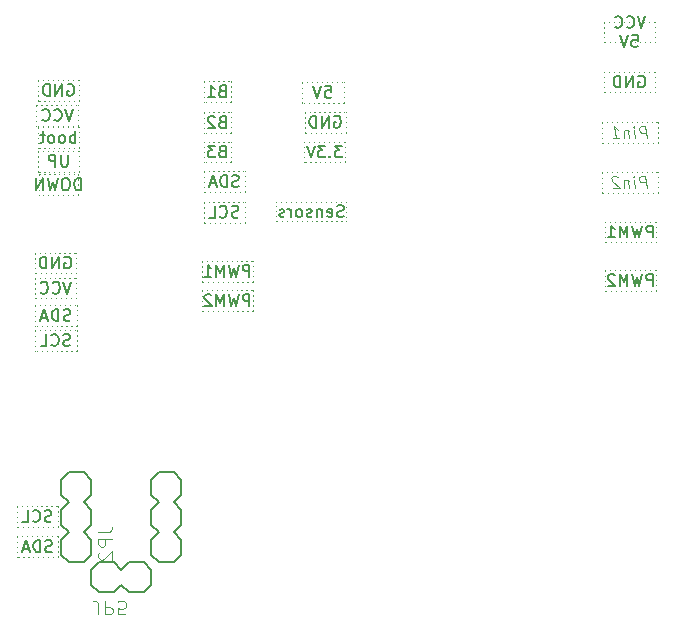
<source format=gbr>
%TF.GenerationSoftware,KiCad,Pcbnew,9.0.2*%
%TF.CreationDate,2025-05-28T20:31:11+09:00*%
%TF.ProjectId,__,78912e6b-6963-4616-945f-706362585858,rev?*%
%TF.SameCoordinates,Original*%
%TF.FileFunction,Legend,Bot*%
%TF.FilePolarity,Positive*%
%FSLAX46Y46*%
G04 Gerber Fmt 4.6, Leading zero omitted, Abs format (unit mm)*
G04 Created by KiCad (PCBNEW 9.0.2) date 2025-05-28 20:31:11*
%MOMM*%
%LPD*%
G01*
G04 APERTURE LIST*
%ADD10C,0.100000*%
%ADD11C,0.200000*%
%ADD12C,0.114300*%
%ADD13C,0.203200*%
G04 APERTURE END LIST*
D10*
X53584523Y-11157419D02*
X53459523Y-10157419D01*
X53459523Y-10157419D02*
X53078570Y-10157419D01*
X53078570Y-10157419D02*
X52989285Y-10205038D01*
X52989285Y-10205038D02*
X52947618Y-10252657D01*
X52947618Y-10252657D02*
X52911904Y-10347895D01*
X52911904Y-10347895D02*
X52929761Y-10490752D01*
X52929761Y-10490752D02*
X52989285Y-10585990D01*
X52989285Y-10585990D02*
X53042856Y-10633609D01*
X53042856Y-10633609D02*
X53144046Y-10681228D01*
X53144046Y-10681228D02*
X53524999Y-10681228D01*
X52584523Y-11157419D02*
X52501189Y-10490752D01*
X52459523Y-10157419D02*
X52513094Y-10205038D01*
X52513094Y-10205038D02*
X52471427Y-10252657D01*
X52471427Y-10252657D02*
X52417856Y-10205038D01*
X52417856Y-10205038D02*
X52459523Y-10157419D01*
X52459523Y-10157419D02*
X52471427Y-10252657D01*
X52024999Y-10490752D02*
X52108333Y-11157419D01*
X52036904Y-10585990D02*
X51983333Y-10538371D01*
X51983333Y-10538371D02*
X51882142Y-10490752D01*
X51882142Y-10490752D02*
X51739285Y-10490752D01*
X51739285Y-10490752D02*
X51649999Y-10538371D01*
X51649999Y-10538371D02*
X51614285Y-10633609D01*
X51614285Y-10633609D02*
X51679761Y-11157419D01*
X50679761Y-11157419D02*
X51251190Y-11157419D01*
X50965475Y-11157419D02*
X50840475Y-10157419D01*
X50840475Y-10157419D02*
X50953571Y-10300276D01*
X50953571Y-10300276D02*
X51060714Y-10395514D01*
X51060714Y-10395514D02*
X51161904Y-10443133D01*
X49775000Y-9825000D02*
X49795000Y-9825000D01*
X50195000Y-9825000D02*
X50215000Y-9825000D01*
X50615000Y-9825000D02*
X50635000Y-9825000D01*
X51035000Y-9825000D02*
X51055000Y-9825000D01*
X51455000Y-9825000D02*
X51475000Y-9825000D01*
X51875000Y-9825000D02*
X51895000Y-9825000D01*
X52295000Y-9825000D02*
X52315000Y-9825000D01*
X52715000Y-9825000D02*
X52735000Y-9825000D01*
X53135000Y-9825000D02*
X53155000Y-9825000D01*
X53555000Y-9825000D02*
X53575000Y-9825000D01*
X53975000Y-9825000D02*
X53995000Y-9825000D01*
X54395000Y-9825000D02*
X54415000Y-9825000D01*
X54525000Y-9825000D02*
X54525000Y-9845000D01*
X54525000Y-10245000D02*
X54525000Y-10265000D01*
X54525000Y-10665000D02*
X54525000Y-10685000D01*
X54525000Y-11085000D02*
X54525000Y-11105000D01*
X54525000Y-11505000D02*
X54525000Y-11525000D01*
X54525000Y-11575000D02*
X54505000Y-11575000D01*
X54105000Y-11575000D02*
X54085000Y-11575000D01*
X53685000Y-11575000D02*
X53665000Y-11575000D01*
X53265000Y-11575000D02*
X53245000Y-11575000D01*
X52845000Y-11575000D02*
X52825000Y-11575000D01*
X52425000Y-11575000D02*
X52405000Y-11575000D01*
X52005000Y-11575000D02*
X51985000Y-11575000D01*
X51585000Y-11575000D02*
X51565000Y-11575000D01*
X51165000Y-11575000D02*
X51145000Y-11575000D01*
X50745000Y-11575000D02*
X50725000Y-11575000D01*
X50325000Y-11575000D02*
X50305000Y-11575000D01*
X49905000Y-11575000D02*
X49885000Y-11575000D01*
X49775000Y-11575000D02*
X49775000Y-11555000D01*
X49775000Y-11155000D02*
X49775000Y-11135000D01*
X49775000Y-10735000D02*
X49775000Y-10715000D01*
X49775000Y-10315000D02*
X49775000Y-10295000D01*
X49775000Y-9895000D02*
X49775000Y-9875000D01*
D11*
X4536904Y-6604838D02*
X4632142Y-6557219D01*
X4632142Y-6557219D02*
X4774999Y-6557219D01*
X4774999Y-6557219D02*
X4917856Y-6604838D01*
X4917856Y-6604838D02*
X5013094Y-6700076D01*
X5013094Y-6700076D02*
X5060713Y-6795314D01*
X5060713Y-6795314D02*
X5108332Y-6985790D01*
X5108332Y-6985790D02*
X5108332Y-7128647D01*
X5108332Y-7128647D02*
X5060713Y-7319123D01*
X5060713Y-7319123D02*
X5013094Y-7414361D01*
X5013094Y-7414361D02*
X4917856Y-7509600D01*
X4917856Y-7509600D02*
X4774999Y-7557219D01*
X4774999Y-7557219D02*
X4679761Y-7557219D01*
X4679761Y-7557219D02*
X4536904Y-7509600D01*
X4536904Y-7509600D02*
X4489285Y-7461980D01*
X4489285Y-7461980D02*
X4489285Y-7128647D01*
X4489285Y-7128647D02*
X4679761Y-7128647D01*
X4060713Y-7557219D02*
X4060713Y-6557219D01*
X4060713Y-6557219D02*
X3489285Y-7557219D01*
X3489285Y-7557219D02*
X3489285Y-6557219D01*
X3013094Y-7557219D02*
X3013094Y-6557219D01*
X3013094Y-6557219D02*
X2774999Y-6557219D01*
X2774999Y-6557219D02*
X2632142Y-6604838D01*
X2632142Y-6604838D02*
X2536904Y-6700076D01*
X2536904Y-6700076D02*
X2489285Y-6795314D01*
X2489285Y-6795314D02*
X2441666Y-6985790D01*
X2441666Y-6985790D02*
X2441666Y-7128647D01*
X2441666Y-7128647D02*
X2489285Y-7319123D01*
X2489285Y-7319123D02*
X2536904Y-7414361D01*
X2536904Y-7414361D02*
X2632142Y-7509600D01*
X2632142Y-7509600D02*
X2774999Y-7557219D01*
X2774999Y-7557219D02*
X3013094Y-7557219D01*
D10*
X2025000Y-6230000D02*
X2045000Y-6230000D01*
X2445000Y-6230000D02*
X2465000Y-6230000D01*
X2865000Y-6230000D02*
X2885000Y-6230000D01*
X3285000Y-6230000D02*
X3305000Y-6230000D01*
X3705000Y-6230000D02*
X3725000Y-6230000D01*
X4125000Y-6230000D02*
X4145000Y-6230000D01*
X4545000Y-6230000D02*
X4565000Y-6230000D01*
X4965000Y-6230000D02*
X4985000Y-6230000D01*
X5385000Y-6230000D02*
X5405000Y-6230000D01*
X5525000Y-6230000D02*
X5525000Y-6250000D01*
X5525000Y-6650000D02*
X5525000Y-6670000D01*
X5525000Y-7070000D02*
X5525000Y-7090000D01*
X5525000Y-7490000D02*
X5525000Y-7510000D01*
X5525000Y-7910000D02*
X5525000Y-7930000D01*
X5525000Y-7980000D02*
X5505000Y-7980000D01*
X5105000Y-7980000D02*
X5085000Y-7980000D01*
X4685000Y-7980000D02*
X4665000Y-7980000D01*
X4265000Y-7980000D02*
X4245000Y-7980000D01*
X3845000Y-7980000D02*
X3825000Y-7980000D01*
X3425000Y-7980000D02*
X3405000Y-7980000D01*
X3005000Y-7980000D02*
X2985000Y-7980000D01*
X2585000Y-7980000D02*
X2565000Y-7980000D01*
X2165000Y-7980000D02*
X2145000Y-7980000D01*
X2025000Y-7980000D02*
X2025000Y-7960000D01*
X2025000Y-7560000D02*
X2025000Y-7540000D01*
X2025000Y-7140000D02*
X2025000Y-7120000D01*
X2025000Y-6720000D02*
X2025000Y-6700000D01*
X2025000Y-6300000D02*
X2025000Y-6280000D01*
D11*
X5179761Y-11557219D02*
X5179761Y-10557219D01*
X5179761Y-10938171D02*
X5084523Y-10890552D01*
X5084523Y-10890552D02*
X4894047Y-10890552D01*
X4894047Y-10890552D02*
X4798809Y-10938171D01*
X4798809Y-10938171D02*
X4751190Y-10985790D01*
X4751190Y-10985790D02*
X4703571Y-11081028D01*
X4703571Y-11081028D02*
X4703571Y-11366742D01*
X4703571Y-11366742D02*
X4751190Y-11461980D01*
X4751190Y-11461980D02*
X4798809Y-11509600D01*
X4798809Y-11509600D02*
X4894047Y-11557219D01*
X4894047Y-11557219D02*
X5084523Y-11557219D01*
X5084523Y-11557219D02*
X5179761Y-11509600D01*
X4132142Y-11557219D02*
X4227380Y-11509600D01*
X4227380Y-11509600D02*
X4274999Y-11461980D01*
X4274999Y-11461980D02*
X4322618Y-11366742D01*
X4322618Y-11366742D02*
X4322618Y-11081028D01*
X4322618Y-11081028D02*
X4274999Y-10985790D01*
X4274999Y-10985790D02*
X4227380Y-10938171D01*
X4227380Y-10938171D02*
X4132142Y-10890552D01*
X4132142Y-10890552D02*
X3989285Y-10890552D01*
X3989285Y-10890552D02*
X3894047Y-10938171D01*
X3894047Y-10938171D02*
X3846428Y-10985790D01*
X3846428Y-10985790D02*
X3798809Y-11081028D01*
X3798809Y-11081028D02*
X3798809Y-11366742D01*
X3798809Y-11366742D02*
X3846428Y-11461980D01*
X3846428Y-11461980D02*
X3894047Y-11509600D01*
X3894047Y-11509600D02*
X3989285Y-11557219D01*
X3989285Y-11557219D02*
X4132142Y-11557219D01*
X3227380Y-11557219D02*
X3322618Y-11509600D01*
X3322618Y-11509600D02*
X3370237Y-11461980D01*
X3370237Y-11461980D02*
X3417856Y-11366742D01*
X3417856Y-11366742D02*
X3417856Y-11081028D01*
X3417856Y-11081028D02*
X3370237Y-10985790D01*
X3370237Y-10985790D02*
X3322618Y-10938171D01*
X3322618Y-10938171D02*
X3227380Y-10890552D01*
X3227380Y-10890552D02*
X3084523Y-10890552D01*
X3084523Y-10890552D02*
X2989285Y-10938171D01*
X2989285Y-10938171D02*
X2941666Y-10985790D01*
X2941666Y-10985790D02*
X2894047Y-11081028D01*
X2894047Y-11081028D02*
X2894047Y-11366742D01*
X2894047Y-11366742D02*
X2941666Y-11461980D01*
X2941666Y-11461980D02*
X2989285Y-11509600D01*
X2989285Y-11509600D02*
X3084523Y-11557219D01*
X3084523Y-11557219D02*
X3227380Y-11557219D01*
X2608332Y-10890552D02*
X2227380Y-10890552D01*
X2465475Y-10557219D02*
X2465475Y-11414361D01*
X2465475Y-11414361D02*
X2417856Y-11509600D01*
X2417856Y-11509600D02*
X2322618Y-11557219D01*
X2322618Y-11557219D02*
X2227380Y-11557219D01*
D10*
X2025000Y-10230000D02*
X2045000Y-10230000D01*
X2445000Y-10230000D02*
X2465000Y-10230000D01*
X2865000Y-10230000D02*
X2885000Y-10230000D01*
X3285000Y-10230000D02*
X3305000Y-10230000D01*
X3705000Y-10230000D02*
X3725000Y-10230000D01*
X4125000Y-10230000D02*
X4145000Y-10230000D01*
X4545000Y-10230000D02*
X4565000Y-10230000D01*
X4965000Y-10230000D02*
X4985000Y-10230000D01*
X5385000Y-10230000D02*
X5405000Y-10230000D01*
X5525000Y-10230000D02*
X5525000Y-10250000D01*
X5525000Y-10650000D02*
X5525000Y-10670000D01*
X5525000Y-11070000D02*
X5525000Y-11090000D01*
X5525000Y-11490000D02*
X5525000Y-11510000D01*
X5525000Y-11910000D02*
X5525000Y-11930000D01*
X5525000Y-11980000D02*
X5505000Y-11980000D01*
X5105000Y-11980000D02*
X5085000Y-11980000D01*
X4685000Y-11980000D02*
X4665000Y-11980000D01*
X4265000Y-11980000D02*
X4245000Y-11980000D01*
X3845000Y-11980000D02*
X3825000Y-11980000D01*
X3425000Y-11980000D02*
X3405000Y-11980000D01*
X3005000Y-11980000D02*
X2985000Y-11980000D01*
X2585000Y-11980000D02*
X2565000Y-11980000D01*
X2165000Y-11980000D02*
X2145000Y-11980000D01*
X2025000Y-11980000D02*
X2025000Y-11960000D01*
X2025000Y-11560000D02*
X2025000Y-11540000D01*
X2025000Y-11140000D02*
X2025000Y-11120000D01*
X2025000Y-10720000D02*
X2025000Y-10700000D01*
X2025000Y-10300000D02*
X2025000Y-10280000D01*
D11*
X4833332Y-23307219D02*
X4499999Y-24307219D01*
X4499999Y-24307219D02*
X4166666Y-23307219D01*
X3261904Y-24211980D02*
X3309523Y-24259600D01*
X3309523Y-24259600D02*
X3452380Y-24307219D01*
X3452380Y-24307219D02*
X3547618Y-24307219D01*
X3547618Y-24307219D02*
X3690475Y-24259600D01*
X3690475Y-24259600D02*
X3785713Y-24164361D01*
X3785713Y-24164361D02*
X3833332Y-24069123D01*
X3833332Y-24069123D02*
X3880951Y-23878647D01*
X3880951Y-23878647D02*
X3880951Y-23735790D01*
X3880951Y-23735790D02*
X3833332Y-23545314D01*
X3833332Y-23545314D02*
X3785713Y-23450076D01*
X3785713Y-23450076D02*
X3690475Y-23354838D01*
X3690475Y-23354838D02*
X3547618Y-23307219D01*
X3547618Y-23307219D02*
X3452380Y-23307219D01*
X3452380Y-23307219D02*
X3309523Y-23354838D01*
X3309523Y-23354838D02*
X3261904Y-23402457D01*
X2261904Y-24211980D02*
X2309523Y-24259600D01*
X2309523Y-24259600D02*
X2452380Y-24307219D01*
X2452380Y-24307219D02*
X2547618Y-24307219D01*
X2547618Y-24307219D02*
X2690475Y-24259600D01*
X2690475Y-24259600D02*
X2785713Y-24164361D01*
X2785713Y-24164361D02*
X2833332Y-24069123D01*
X2833332Y-24069123D02*
X2880951Y-23878647D01*
X2880951Y-23878647D02*
X2880951Y-23735790D01*
X2880951Y-23735790D02*
X2833332Y-23545314D01*
X2833332Y-23545314D02*
X2785713Y-23450076D01*
X2785713Y-23450076D02*
X2690475Y-23354838D01*
X2690475Y-23354838D02*
X2547618Y-23307219D01*
X2547618Y-23307219D02*
X2452380Y-23307219D01*
X2452380Y-23307219D02*
X2309523Y-23354838D01*
X2309523Y-23354838D02*
X2261904Y-23402457D01*
D10*
X1750000Y-22980000D02*
X1770000Y-22980000D01*
X2170000Y-22980000D02*
X2190000Y-22980000D01*
X2590000Y-22980000D02*
X2610000Y-22980000D01*
X3010000Y-22980000D02*
X3030000Y-22980000D01*
X3430000Y-22980000D02*
X3450000Y-22980000D01*
X3850000Y-22980000D02*
X3870000Y-22980000D01*
X4270000Y-22980000D02*
X4290000Y-22980000D01*
X4690000Y-22980000D02*
X4710000Y-22980000D01*
X5110000Y-22980000D02*
X5130000Y-22980000D01*
X5250000Y-22980000D02*
X5250000Y-23000000D01*
X5250000Y-23400000D02*
X5250000Y-23420000D01*
X5250000Y-23820000D02*
X5250000Y-23840000D01*
X5250000Y-24240000D02*
X5250000Y-24260000D01*
X5250000Y-24660000D02*
X5250000Y-24680000D01*
X5250000Y-24730000D02*
X5230000Y-24730000D01*
X4830000Y-24730000D02*
X4810000Y-24730000D01*
X4410000Y-24730000D02*
X4390000Y-24730000D01*
X3990000Y-24730000D02*
X3970000Y-24730000D01*
X3570000Y-24730000D02*
X3550000Y-24730000D01*
X3150000Y-24730000D02*
X3130000Y-24730000D01*
X2730000Y-24730000D02*
X2710000Y-24730000D01*
X2310000Y-24730000D02*
X2290000Y-24730000D01*
X1890000Y-24730000D02*
X1870000Y-24730000D01*
X1750000Y-24730000D02*
X1750000Y-24710000D01*
X1750000Y-24310000D02*
X1750000Y-24290000D01*
X1750000Y-23890000D02*
X1750000Y-23870000D01*
X1750000Y-23470000D02*
X1750000Y-23450000D01*
X1750000Y-23050000D02*
X1750000Y-23030000D01*
D11*
X27913095Y-17779600D02*
X27770238Y-17827219D01*
X27770238Y-17827219D02*
X27532143Y-17827219D01*
X27532143Y-17827219D02*
X27436905Y-17779600D01*
X27436905Y-17779600D02*
X27389286Y-17731980D01*
X27389286Y-17731980D02*
X27341667Y-17636742D01*
X27341667Y-17636742D02*
X27341667Y-17541504D01*
X27341667Y-17541504D02*
X27389286Y-17446266D01*
X27389286Y-17446266D02*
X27436905Y-17398647D01*
X27436905Y-17398647D02*
X27532143Y-17351028D01*
X27532143Y-17351028D02*
X27722619Y-17303409D01*
X27722619Y-17303409D02*
X27817857Y-17255790D01*
X27817857Y-17255790D02*
X27865476Y-17208171D01*
X27865476Y-17208171D02*
X27913095Y-17112933D01*
X27913095Y-17112933D02*
X27913095Y-17017695D01*
X27913095Y-17017695D02*
X27865476Y-16922457D01*
X27865476Y-16922457D02*
X27817857Y-16874838D01*
X27817857Y-16874838D02*
X27722619Y-16827219D01*
X27722619Y-16827219D02*
X27484524Y-16827219D01*
X27484524Y-16827219D02*
X27341667Y-16874838D01*
X26532143Y-17779600D02*
X26627381Y-17827219D01*
X26627381Y-17827219D02*
X26817857Y-17827219D01*
X26817857Y-17827219D02*
X26913095Y-17779600D01*
X26913095Y-17779600D02*
X26960714Y-17684361D01*
X26960714Y-17684361D02*
X26960714Y-17303409D01*
X26960714Y-17303409D02*
X26913095Y-17208171D01*
X26913095Y-17208171D02*
X26817857Y-17160552D01*
X26817857Y-17160552D02*
X26627381Y-17160552D01*
X26627381Y-17160552D02*
X26532143Y-17208171D01*
X26532143Y-17208171D02*
X26484524Y-17303409D01*
X26484524Y-17303409D02*
X26484524Y-17398647D01*
X26484524Y-17398647D02*
X26960714Y-17493885D01*
X26055952Y-17160552D02*
X26055952Y-17827219D01*
X26055952Y-17255790D02*
X26008333Y-17208171D01*
X26008333Y-17208171D02*
X25913095Y-17160552D01*
X25913095Y-17160552D02*
X25770238Y-17160552D01*
X25770238Y-17160552D02*
X25675000Y-17208171D01*
X25675000Y-17208171D02*
X25627381Y-17303409D01*
X25627381Y-17303409D02*
X25627381Y-17827219D01*
X25198809Y-17779600D02*
X25103571Y-17827219D01*
X25103571Y-17827219D02*
X24913095Y-17827219D01*
X24913095Y-17827219D02*
X24817857Y-17779600D01*
X24817857Y-17779600D02*
X24770238Y-17684361D01*
X24770238Y-17684361D02*
X24770238Y-17636742D01*
X24770238Y-17636742D02*
X24817857Y-17541504D01*
X24817857Y-17541504D02*
X24913095Y-17493885D01*
X24913095Y-17493885D02*
X25055952Y-17493885D01*
X25055952Y-17493885D02*
X25151190Y-17446266D01*
X25151190Y-17446266D02*
X25198809Y-17351028D01*
X25198809Y-17351028D02*
X25198809Y-17303409D01*
X25198809Y-17303409D02*
X25151190Y-17208171D01*
X25151190Y-17208171D02*
X25055952Y-17160552D01*
X25055952Y-17160552D02*
X24913095Y-17160552D01*
X24913095Y-17160552D02*
X24817857Y-17208171D01*
X24198809Y-17827219D02*
X24294047Y-17779600D01*
X24294047Y-17779600D02*
X24341666Y-17731980D01*
X24341666Y-17731980D02*
X24389285Y-17636742D01*
X24389285Y-17636742D02*
X24389285Y-17351028D01*
X24389285Y-17351028D02*
X24341666Y-17255790D01*
X24341666Y-17255790D02*
X24294047Y-17208171D01*
X24294047Y-17208171D02*
X24198809Y-17160552D01*
X24198809Y-17160552D02*
X24055952Y-17160552D01*
X24055952Y-17160552D02*
X23960714Y-17208171D01*
X23960714Y-17208171D02*
X23913095Y-17255790D01*
X23913095Y-17255790D02*
X23865476Y-17351028D01*
X23865476Y-17351028D02*
X23865476Y-17636742D01*
X23865476Y-17636742D02*
X23913095Y-17731980D01*
X23913095Y-17731980D02*
X23960714Y-17779600D01*
X23960714Y-17779600D02*
X24055952Y-17827219D01*
X24055952Y-17827219D02*
X24198809Y-17827219D01*
X23436904Y-17827219D02*
X23436904Y-17160552D01*
X23436904Y-17351028D02*
X23389285Y-17255790D01*
X23389285Y-17255790D02*
X23341666Y-17208171D01*
X23341666Y-17208171D02*
X23246428Y-17160552D01*
X23246428Y-17160552D02*
X23151190Y-17160552D01*
X22865475Y-17779600D02*
X22770237Y-17827219D01*
X22770237Y-17827219D02*
X22579761Y-17827219D01*
X22579761Y-17827219D02*
X22484523Y-17779600D01*
X22484523Y-17779600D02*
X22436904Y-17684361D01*
X22436904Y-17684361D02*
X22436904Y-17636742D01*
X22436904Y-17636742D02*
X22484523Y-17541504D01*
X22484523Y-17541504D02*
X22579761Y-17493885D01*
X22579761Y-17493885D02*
X22722618Y-17493885D01*
X22722618Y-17493885D02*
X22817856Y-17446266D01*
X22817856Y-17446266D02*
X22865475Y-17351028D01*
X22865475Y-17351028D02*
X22865475Y-17303409D01*
X22865475Y-17303409D02*
X22817856Y-17208171D01*
X22817856Y-17208171D02*
X22722618Y-17160552D01*
X22722618Y-17160552D02*
X22579761Y-17160552D01*
X22579761Y-17160552D02*
X22484523Y-17208171D01*
D10*
X22200000Y-16550000D02*
X22220000Y-16550000D01*
X22620000Y-16550000D02*
X22640000Y-16550000D01*
X23040000Y-16550000D02*
X23060000Y-16550000D01*
X23460000Y-16550000D02*
X23480000Y-16550000D01*
X23880000Y-16550000D02*
X23900000Y-16550000D01*
X24300000Y-16550000D02*
X24320000Y-16550000D01*
X24720000Y-16550000D02*
X24740000Y-16550000D01*
X25140000Y-16550000D02*
X25160000Y-16550000D01*
X25560000Y-16550000D02*
X25580000Y-16550000D01*
X25980000Y-16550000D02*
X26000000Y-16550000D01*
X26400000Y-16550000D02*
X26420000Y-16550000D01*
X26820000Y-16550000D02*
X26840000Y-16550000D01*
X27240000Y-16550000D02*
X27260000Y-16550000D01*
X27660000Y-16550000D02*
X27680000Y-16550000D01*
X28080000Y-16550000D02*
X28100000Y-16550000D01*
X28150000Y-16550000D02*
X28150000Y-16570000D01*
X28150000Y-16970000D02*
X28150000Y-16990000D01*
X28150000Y-17390000D02*
X28150000Y-17410000D01*
X28150000Y-17810000D02*
X28150000Y-17830000D01*
X28150000Y-18200000D02*
X28130000Y-18200000D01*
X27730000Y-18200000D02*
X27710000Y-18200000D01*
X27310000Y-18200000D02*
X27290000Y-18200000D01*
X26890000Y-18200000D02*
X26870000Y-18200000D01*
X26470000Y-18200000D02*
X26450000Y-18200000D01*
X26050000Y-18200000D02*
X26030000Y-18200000D01*
X25630000Y-18200000D02*
X25610000Y-18200000D01*
X25210000Y-18200000D02*
X25190000Y-18200000D01*
X24790000Y-18200000D02*
X24770000Y-18200000D01*
X24370000Y-18200000D02*
X24350000Y-18200000D01*
X23950000Y-18200000D02*
X23930000Y-18200000D01*
X23530000Y-18200000D02*
X23510000Y-18200000D01*
X23110000Y-18200000D02*
X23090000Y-18200000D01*
X22690000Y-18200000D02*
X22670000Y-18200000D01*
X22270000Y-18200000D02*
X22250000Y-18200000D01*
X22200000Y-18200000D02*
X22200000Y-18180000D01*
X22200000Y-17780000D02*
X22200000Y-17760000D01*
X22200000Y-17360000D02*
X22200000Y-17340000D01*
X22200000Y-16940000D02*
X22200000Y-16920000D01*
D11*
X3214285Y-46154600D02*
X3071428Y-46202219D01*
X3071428Y-46202219D02*
X2833333Y-46202219D01*
X2833333Y-46202219D02*
X2738095Y-46154600D01*
X2738095Y-46154600D02*
X2690476Y-46106980D01*
X2690476Y-46106980D02*
X2642857Y-46011742D01*
X2642857Y-46011742D02*
X2642857Y-45916504D01*
X2642857Y-45916504D02*
X2690476Y-45821266D01*
X2690476Y-45821266D02*
X2738095Y-45773647D01*
X2738095Y-45773647D02*
X2833333Y-45726028D01*
X2833333Y-45726028D02*
X3023809Y-45678409D01*
X3023809Y-45678409D02*
X3119047Y-45630790D01*
X3119047Y-45630790D02*
X3166666Y-45583171D01*
X3166666Y-45583171D02*
X3214285Y-45487933D01*
X3214285Y-45487933D02*
X3214285Y-45392695D01*
X3214285Y-45392695D02*
X3166666Y-45297457D01*
X3166666Y-45297457D02*
X3119047Y-45249838D01*
X3119047Y-45249838D02*
X3023809Y-45202219D01*
X3023809Y-45202219D02*
X2785714Y-45202219D01*
X2785714Y-45202219D02*
X2642857Y-45249838D01*
X2214285Y-46202219D02*
X2214285Y-45202219D01*
X2214285Y-45202219D02*
X1976190Y-45202219D01*
X1976190Y-45202219D02*
X1833333Y-45249838D01*
X1833333Y-45249838D02*
X1738095Y-45345076D01*
X1738095Y-45345076D02*
X1690476Y-45440314D01*
X1690476Y-45440314D02*
X1642857Y-45630790D01*
X1642857Y-45630790D02*
X1642857Y-45773647D01*
X1642857Y-45773647D02*
X1690476Y-45964123D01*
X1690476Y-45964123D02*
X1738095Y-46059361D01*
X1738095Y-46059361D02*
X1833333Y-46154600D01*
X1833333Y-46154600D02*
X1976190Y-46202219D01*
X1976190Y-46202219D02*
X2214285Y-46202219D01*
X1261904Y-45916504D02*
X785714Y-45916504D01*
X1357142Y-46202219D02*
X1023809Y-45202219D01*
X1023809Y-45202219D02*
X690476Y-46202219D01*
D10*
X250000Y-44875000D02*
X270000Y-44875000D01*
X670000Y-44875000D02*
X690000Y-44875000D01*
X1090000Y-44875000D02*
X1110000Y-44875000D01*
X1510000Y-44875000D02*
X1530000Y-44875000D01*
X1930000Y-44875000D02*
X1950000Y-44875000D01*
X2350000Y-44875000D02*
X2370000Y-44875000D01*
X2770000Y-44875000D02*
X2790000Y-44875000D01*
X3190000Y-44875000D02*
X3210000Y-44875000D01*
X3610000Y-44875000D02*
X3630000Y-44875000D01*
X3750000Y-44875000D02*
X3750000Y-44895000D01*
X3750000Y-45295000D02*
X3750000Y-45315000D01*
X3750000Y-45715000D02*
X3750000Y-45735000D01*
X3750000Y-46135000D02*
X3750000Y-46155000D01*
X3750000Y-46555000D02*
X3750000Y-46575000D01*
X3750000Y-46625000D02*
X3730000Y-46625000D01*
X3330000Y-46625000D02*
X3310000Y-46625000D01*
X2910000Y-46625000D02*
X2890000Y-46625000D01*
X2490000Y-46625000D02*
X2470000Y-46625000D01*
X2070000Y-46625000D02*
X2050000Y-46625000D01*
X1650000Y-46625000D02*
X1630000Y-46625000D01*
X1230000Y-46625000D02*
X1210000Y-46625000D01*
X810000Y-46625000D02*
X790000Y-46625000D01*
X390000Y-46625000D02*
X370000Y-46625000D01*
X250000Y-46625000D02*
X250000Y-46605000D01*
X250000Y-46205000D02*
X250000Y-46185000D01*
X250000Y-45785000D02*
X250000Y-45765000D01*
X250000Y-45365000D02*
X250000Y-45345000D01*
X250000Y-44945000D02*
X250000Y-44925000D01*
D11*
X4740475Y-28709600D02*
X4597618Y-28757219D01*
X4597618Y-28757219D02*
X4359523Y-28757219D01*
X4359523Y-28757219D02*
X4264285Y-28709600D01*
X4264285Y-28709600D02*
X4216666Y-28661980D01*
X4216666Y-28661980D02*
X4169047Y-28566742D01*
X4169047Y-28566742D02*
X4169047Y-28471504D01*
X4169047Y-28471504D02*
X4216666Y-28376266D01*
X4216666Y-28376266D02*
X4264285Y-28328647D01*
X4264285Y-28328647D02*
X4359523Y-28281028D01*
X4359523Y-28281028D02*
X4549999Y-28233409D01*
X4549999Y-28233409D02*
X4645237Y-28185790D01*
X4645237Y-28185790D02*
X4692856Y-28138171D01*
X4692856Y-28138171D02*
X4740475Y-28042933D01*
X4740475Y-28042933D02*
X4740475Y-27947695D01*
X4740475Y-27947695D02*
X4692856Y-27852457D01*
X4692856Y-27852457D02*
X4645237Y-27804838D01*
X4645237Y-27804838D02*
X4549999Y-27757219D01*
X4549999Y-27757219D02*
X4311904Y-27757219D01*
X4311904Y-27757219D02*
X4169047Y-27804838D01*
X3169047Y-28661980D02*
X3216666Y-28709600D01*
X3216666Y-28709600D02*
X3359523Y-28757219D01*
X3359523Y-28757219D02*
X3454761Y-28757219D01*
X3454761Y-28757219D02*
X3597618Y-28709600D01*
X3597618Y-28709600D02*
X3692856Y-28614361D01*
X3692856Y-28614361D02*
X3740475Y-28519123D01*
X3740475Y-28519123D02*
X3788094Y-28328647D01*
X3788094Y-28328647D02*
X3788094Y-28185790D01*
X3788094Y-28185790D02*
X3740475Y-27995314D01*
X3740475Y-27995314D02*
X3692856Y-27900076D01*
X3692856Y-27900076D02*
X3597618Y-27804838D01*
X3597618Y-27804838D02*
X3454761Y-27757219D01*
X3454761Y-27757219D02*
X3359523Y-27757219D01*
X3359523Y-27757219D02*
X3216666Y-27804838D01*
X3216666Y-27804838D02*
X3169047Y-27852457D01*
X2264285Y-28757219D02*
X2740475Y-28757219D01*
X2740475Y-28757219D02*
X2740475Y-27757219D01*
D10*
X1800000Y-27430000D02*
X1820000Y-27430000D01*
X2220000Y-27430000D02*
X2240000Y-27430000D01*
X2640000Y-27430000D02*
X2660000Y-27430000D01*
X3060000Y-27430000D02*
X3080000Y-27430000D01*
X3480000Y-27430000D02*
X3500000Y-27430000D01*
X3900000Y-27430000D02*
X3920000Y-27430000D01*
X4320000Y-27430000D02*
X4340000Y-27430000D01*
X4740000Y-27430000D02*
X4760000Y-27430000D01*
X5160000Y-27430000D02*
X5180000Y-27430000D01*
X5300000Y-27430000D02*
X5300000Y-27450000D01*
X5300000Y-27850000D02*
X5300000Y-27870000D01*
X5300000Y-28270000D02*
X5300000Y-28290000D01*
X5300000Y-28690000D02*
X5300000Y-28710000D01*
X5300000Y-29110000D02*
X5300000Y-29130000D01*
X5300000Y-29180000D02*
X5280000Y-29180000D01*
X4880000Y-29180000D02*
X4860000Y-29180000D01*
X4460000Y-29180000D02*
X4440000Y-29180000D01*
X4040000Y-29180000D02*
X4020000Y-29180000D01*
X3620000Y-29180000D02*
X3600000Y-29180000D01*
X3200000Y-29180000D02*
X3180000Y-29180000D01*
X2780000Y-29180000D02*
X2760000Y-29180000D01*
X2360000Y-29180000D02*
X2340000Y-29180000D01*
X1940000Y-29180000D02*
X1920000Y-29180000D01*
X1800000Y-29180000D02*
X1800000Y-29160000D01*
X1800000Y-28760000D02*
X1800000Y-28740000D01*
X1800000Y-28340000D02*
X1800000Y-28320000D01*
X1800000Y-27920000D02*
X1800000Y-27900000D01*
X1800000Y-27500000D02*
X1800000Y-27480000D01*
D11*
X4560713Y-12557219D02*
X4560713Y-13366742D01*
X4560713Y-13366742D02*
X4513094Y-13461980D01*
X4513094Y-13461980D02*
X4465475Y-13509600D01*
X4465475Y-13509600D02*
X4370237Y-13557219D01*
X4370237Y-13557219D02*
X4179761Y-13557219D01*
X4179761Y-13557219D02*
X4084523Y-13509600D01*
X4084523Y-13509600D02*
X4036904Y-13461980D01*
X4036904Y-13461980D02*
X3989285Y-13366742D01*
X3989285Y-13366742D02*
X3989285Y-12557219D01*
X3513094Y-13557219D02*
X3513094Y-12557219D01*
X3513094Y-12557219D02*
X3132142Y-12557219D01*
X3132142Y-12557219D02*
X3036904Y-12604838D01*
X3036904Y-12604838D02*
X2989285Y-12652457D01*
X2989285Y-12652457D02*
X2941666Y-12747695D01*
X2941666Y-12747695D02*
X2941666Y-12890552D01*
X2941666Y-12890552D02*
X2989285Y-12985790D01*
X2989285Y-12985790D02*
X3036904Y-13033409D01*
X3036904Y-13033409D02*
X3132142Y-13081028D01*
X3132142Y-13081028D02*
X3513094Y-13081028D01*
D10*
X2025000Y-12230000D02*
X2045000Y-12230000D01*
X2445000Y-12230000D02*
X2465000Y-12230000D01*
X2865000Y-12230000D02*
X2885000Y-12230000D01*
X3285000Y-12230000D02*
X3305000Y-12230000D01*
X3705000Y-12230000D02*
X3725000Y-12230000D01*
X4125000Y-12230000D02*
X4145000Y-12230000D01*
X4545000Y-12230000D02*
X4565000Y-12230000D01*
X4965000Y-12230000D02*
X4985000Y-12230000D01*
X5385000Y-12230000D02*
X5405000Y-12230000D01*
X5525000Y-12230000D02*
X5525000Y-12250000D01*
X5525000Y-12650000D02*
X5525000Y-12670000D01*
X5525000Y-13070000D02*
X5525000Y-13090000D01*
X5525000Y-13490000D02*
X5525000Y-13510000D01*
X5525000Y-13910000D02*
X5525000Y-13930000D01*
X5525000Y-13980000D02*
X5505000Y-13980000D01*
X5105000Y-13980000D02*
X5085000Y-13980000D01*
X4685000Y-13980000D02*
X4665000Y-13980000D01*
X4265000Y-13980000D02*
X4245000Y-13980000D01*
X3845000Y-13980000D02*
X3825000Y-13980000D01*
X3425000Y-13980000D02*
X3405000Y-13980000D01*
X3005000Y-13980000D02*
X2985000Y-13980000D01*
X2585000Y-13980000D02*
X2565000Y-13980000D01*
X2165000Y-13980000D02*
X2145000Y-13980000D01*
X2025000Y-13980000D02*
X2025000Y-13960000D01*
X2025000Y-13560000D02*
X2025000Y-13540000D01*
X2025000Y-13140000D02*
X2025000Y-13120000D01*
X2025000Y-12720000D02*
X2025000Y-12700000D01*
X2025000Y-12300000D02*
X2025000Y-12280000D01*
D11*
X53458332Y-822247D02*
X53124999Y-1822247D01*
X53124999Y-1822247D02*
X52791666Y-822247D01*
X51886904Y-1727008D02*
X51934523Y-1774628D01*
X51934523Y-1774628D02*
X52077380Y-1822247D01*
X52077380Y-1822247D02*
X52172618Y-1822247D01*
X52172618Y-1822247D02*
X52315475Y-1774628D01*
X52315475Y-1774628D02*
X52410713Y-1679389D01*
X52410713Y-1679389D02*
X52458332Y-1584151D01*
X52458332Y-1584151D02*
X52505951Y-1393675D01*
X52505951Y-1393675D02*
X52505951Y-1250818D01*
X52505951Y-1250818D02*
X52458332Y-1060342D01*
X52458332Y-1060342D02*
X52410713Y-965104D01*
X52410713Y-965104D02*
X52315475Y-869866D01*
X52315475Y-869866D02*
X52172618Y-822247D01*
X52172618Y-822247D02*
X52077380Y-822247D01*
X52077380Y-822247D02*
X51934523Y-869866D01*
X51934523Y-869866D02*
X51886904Y-917485D01*
X50886904Y-1727008D02*
X50934523Y-1774628D01*
X50934523Y-1774628D02*
X51077380Y-1822247D01*
X51077380Y-1822247D02*
X51172618Y-1822247D01*
X51172618Y-1822247D02*
X51315475Y-1774628D01*
X51315475Y-1774628D02*
X51410713Y-1679389D01*
X51410713Y-1679389D02*
X51458332Y-1584151D01*
X51458332Y-1584151D02*
X51505951Y-1393675D01*
X51505951Y-1393675D02*
X51505951Y-1250818D01*
X51505951Y-1250818D02*
X51458332Y-1060342D01*
X51458332Y-1060342D02*
X51410713Y-965104D01*
X51410713Y-965104D02*
X51315475Y-869866D01*
X51315475Y-869866D02*
X51172618Y-822247D01*
X51172618Y-822247D02*
X51077380Y-822247D01*
X51077380Y-822247D02*
X50934523Y-869866D01*
X50934523Y-869866D02*
X50886904Y-917485D01*
X52315476Y-2432191D02*
X52791666Y-2432191D01*
X52791666Y-2432191D02*
X52839285Y-2908381D01*
X52839285Y-2908381D02*
X52791666Y-2860762D01*
X52791666Y-2860762D02*
X52696428Y-2813143D01*
X52696428Y-2813143D02*
X52458333Y-2813143D01*
X52458333Y-2813143D02*
X52363095Y-2860762D01*
X52363095Y-2860762D02*
X52315476Y-2908381D01*
X52315476Y-2908381D02*
X52267857Y-3003619D01*
X52267857Y-3003619D02*
X52267857Y-3241714D01*
X52267857Y-3241714D02*
X52315476Y-3336952D01*
X52315476Y-3336952D02*
X52363095Y-3384572D01*
X52363095Y-3384572D02*
X52458333Y-3432191D01*
X52458333Y-3432191D02*
X52696428Y-3432191D01*
X52696428Y-3432191D02*
X52791666Y-3384572D01*
X52791666Y-3384572D02*
X52839285Y-3336952D01*
X51982142Y-2432191D02*
X51648809Y-3432191D01*
X51648809Y-3432191D02*
X51315476Y-2432191D01*
D10*
X49975000Y-1300000D02*
X49995000Y-1300000D01*
X50395000Y-1300000D02*
X50415000Y-1300000D01*
X50815000Y-1300000D02*
X50835000Y-1300000D01*
X51235000Y-1300000D02*
X51255000Y-1300000D01*
X51655000Y-1300000D02*
X51675000Y-1300000D01*
X52075000Y-1300000D02*
X52095000Y-1300000D01*
X52495000Y-1300000D02*
X52515000Y-1300000D01*
X52915000Y-1300000D02*
X52935000Y-1300000D01*
X53335000Y-1300000D02*
X53355000Y-1300000D01*
X53755000Y-1300000D02*
X53775000Y-1300000D01*
X54175000Y-1300000D02*
X54195000Y-1300000D01*
X54275000Y-1300000D02*
X54275000Y-1320000D01*
X54275000Y-1720000D02*
X54275000Y-1740000D01*
X54275000Y-2140000D02*
X54275000Y-2160000D01*
X54275000Y-2560000D02*
X54275000Y-2580000D01*
X54275000Y-2980000D02*
X54275000Y-3000000D01*
X54275000Y-3050000D02*
X54255000Y-3050000D01*
X53855000Y-3050000D02*
X53835000Y-3050000D01*
X53435000Y-3050000D02*
X53415000Y-3050000D01*
X53015000Y-3050000D02*
X52995000Y-3050000D01*
X52595000Y-3050000D02*
X52575000Y-3050000D01*
X52175000Y-3050000D02*
X52155000Y-3050000D01*
X51755000Y-3050000D02*
X51735000Y-3050000D01*
X51335000Y-3050000D02*
X51315000Y-3050000D01*
X50915000Y-3050000D02*
X50895000Y-3050000D01*
X50495000Y-3050000D02*
X50475000Y-3050000D01*
X50075000Y-3050000D02*
X50055000Y-3050000D01*
X49975000Y-3050000D02*
X49975000Y-3030000D01*
X49975000Y-2630000D02*
X49975000Y-2610000D01*
X49975000Y-2210000D02*
X49975000Y-2190000D01*
X49975000Y-1790000D02*
X49975000Y-1770000D01*
X49975000Y-1370000D02*
X49975000Y-1350000D01*
D11*
X19014285Y-15229600D02*
X18871428Y-15277219D01*
X18871428Y-15277219D02*
X18633333Y-15277219D01*
X18633333Y-15277219D02*
X18538095Y-15229600D01*
X18538095Y-15229600D02*
X18490476Y-15181980D01*
X18490476Y-15181980D02*
X18442857Y-15086742D01*
X18442857Y-15086742D02*
X18442857Y-14991504D01*
X18442857Y-14991504D02*
X18490476Y-14896266D01*
X18490476Y-14896266D02*
X18538095Y-14848647D01*
X18538095Y-14848647D02*
X18633333Y-14801028D01*
X18633333Y-14801028D02*
X18823809Y-14753409D01*
X18823809Y-14753409D02*
X18919047Y-14705790D01*
X18919047Y-14705790D02*
X18966666Y-14658171D01*
X18966666Y-14658171D02*
X19014285Y-14562933D01*
X19014285Y-14562933D02*
X19014285Y-14467695D01*
X19014285Y-14467695D02*
X18966666Y-14372457D01*
X18966666Y-14372457D02*
X18919047Y-14324838D01*
X18919047Y-14324838D02*
X18823809Y-14277219D01*
X18823809Y-14277219D02*
X18585714Y-14277219D01*
X18585714Y-14277219D02*
X18442857Y-14324838D01*
X18014285Y-15277219D02*
X18014285Y-14277219D01*
X18014285Y-14277219D02*
X17776190Y-14277219D01*
X17776190Y-14277219D02*
X17633333Y-14324838D01*
X17633333Y-14324838D02*
X17538095Y-14420076D01*
X17538095Y-14420076D02*
X17490476Y-14515314D01*
X17490476Y-14515314D02*
X17442857Y-14705790D01*
X17442857Y-14705790D02*
X17442857Y-14848647D01*
X17442857Y-14848647D02*
X17490476Y-15039123D01*
X17490476Y-15039123D02*
X17538095Y-15134361D01*
X17538095Y-15134361D02*
X17633333Y-15229600D01*
X17633333Y-15229600D02*
X17776190Y-15277219D01*
X17776190Y-15277219D02*
X18014285Y-15277219D01*
X17061904Y-14991504D02*
X16585714Y-14991504D01*
X17157142Y-15277219D02*
X16823809Y-14277219D01*
X16823809Y-14277219D02*
X16490476Y-15277219D01*
D10*
X16050000Y-13950000D02*
X16070000Y-13950000D01*
X16470000Y-13950000D02*
X16490000Y-13950000D01*
X16890000Y-13950000D02*
X16910000Y-13950000D01*
X17310000Y-13950000D02*
X17330000Y-13950000D01*
X17730000Y-13950000D02*
X17750000Y-13950000D01*
X18150000Y-13950000D02*
X18170000Y-13950000D01*
X18570000Y-13950000D02*
X18590000Y-13950000D01*
X18990000Y-13950000D02*
X19010000Y-13950000D01*
X19410000Y-13950000D02*
X19430000Y-13950000D01*
X19550000Y-13950000D02*
X19550000Y-13970000D01*
X19550000Y-14370000D02*
X19550000Y-14390000D01*
X19550000Y-14790000D02*
X19550000Y-14810000D01*
X19550000Y-15210000D02*
X19550000Y-15230000D01*
X19550000Y-15630000D02*
X19550000Y-15650000D01*
X19550000Y-15700000D02*
X19530000Y-15700000D01*
X19130000Y-15700000D02*
X19110000Y-15700000D01*
X18710000Y-15700000D02*
X18690000Y-15700000D01*
X18290000Y-15700000D02*
X18270000Y-15700000D01*
X17870000Y-15700000D02*
X17850000Y-15700000D01*
X17450000Y-15700000D02*
X17430000Y-15700000D01*
X17030000Y-15700000D02*
X17010000Y-15700000D01*
X16610000Y-15700000D02*
X16590000Y-15700000D01*
X16190000Y-15700000D02*
X16170000Y-15700000D01*
X16050000Y-15700000D02*
X16050000Y-15680000D01*
X16050000Y-15280000D02*
X16050000Y-15260000D01*
X16050000Y-14860000D02*
X16050000Y-14840000D01*
X16050000Y-14440000D02*
X16050000Y-14420000D01*
X16050000Y-14020000D02*
X16050000Y-14000000D01*
D11*
X26340476Y-6732219D02*
X26816666Y-6732219D01*
X26816666Y-6732219D02*
X26864285Y-7208409D01*
X26864285Y-7208409D02*
X26816666Y-7160790D01*
X26816666Y-7160790D02*
X26721428Y-7113171D01*
X26721428Y-7113171D02*
X26483333Y-7113171D01*
X26483333Y-7113171D02*
X26388095Y-7160790D01*
X26388095Y-7160790D02*
X26340476Y-7208409D01*
X26340476Y-7208409D02*
X26292857Y-7303647D01*
X26292857Y-7303647D02*
X26292857Y-7541742D01*
X26292857Y-7541742D02*
X26340476Y-7636980D01*
X26340476Y-7636980D02*
X26388095Y-7684600D01*
X26388095Y-7684600D02*
X26483333Y-7732219D01*
X26483333Y-7732219D02*
X26721428Y-7732219D01*
X26721428Y-7732219D02*
X26816666Y-7684600D01*
X26816666Y-7684600D02*
X26864285Y-7636980D01*
X26007142Y-6732219D02*
X25673809Y-7732219D01*
X25673809Y-7732219D02*
X25340476Y-6732219D01*
D10*
X24400000Y-6405000D02*
X24420000Y-6405000D01*
X24820000Y-6405000D02*
X24840000Y-6405000D01*
X25240000Y-6405000D02*
X25260000Y-6405000D01*
X25660000Y-6405000D02*
X25680000Y-6405000D01*
X26080000Y-6405000D02*
X26100000Y-6405000D01*
X26500000Y-6405000D02*
X26520000Y-6405000D01*
X26920000Y-6405000D02*
X26940000Y-6405000D01*
X27340000Y-6405000D02*
X27360000Y-6405000D01*
X27760000Y-6405000D02*
X27780000Y-6405000D01*
X27900000Y-6405000D02*
X27900000Y-6425000D01*
X27900000Y-6825000D02*
X27900000Y-6845000D01*
X27900000Y-7245000D02*
X27900000Y-7265000D01*
X27900000Y-7665000D02*
X27900000Y-7685000D01*
X27900000Y-8085000D02*
X27900000Y-8105000D01*
X27900000Y-8155000D02*
X27880000Y-8155000D01*
X27480000Y-8155000D02*
X27460000Y-8155000D01*
X27060000Y-8155000D02*
X27040000Y-8155000D01*
X26640000Y-8155000D02*
X26620000Y-8155000D01*
X26220000Y-8155000D02*
X26200000Y-8155000D01*
X25800000Y-8155000D02*
X25780000Y-8155000D01*
X25380000Y-8155000D02*
X25360000Y-8155000D01*
X24960000Y-8155000D02*
X24940000Y-8155000D01*
X24540000Y-8155000D02*
X24520000Y-8155000D01*
X24400000Y-8155000D02*
X24400000Y-8135000D01*
X24400000Y-7735000D02*
X24400000Y-7715000D01*
X24400000Y-7315000D02*
X24400000Y-7295000D01*
X24400000Y-6895000D02*
X24400000Y-6875000D01*
X24400000Y-6475000D02*
X24400000Y-6455000D01*
D11*
X19930951Y-22877219D02*
X19930951Y-21877219D01*
X19930951Y-21877219D02*
X19549999Y-21877219D01*
X19549999Y-21877219D02*
X19454761Y-21924838D01*
X19454761Y-21924838D02*
X19407142Y-21972457D01*
X19407142Y-21972457D02*
X19359523Y-22067695D01*
X19359523Y-22067695D02*
X19359523Y-22210552D01*
X19359523Y-22210552D02*
X19407142Y-22305790D01*
X19407142Y-22305790D02*
X19454761Y-22353409D01*
X19454761Y-22353409D02*
X19549999Y-22401028D01*
X19549999Y-22401028D02*
X19930951Y-22401028D01*
X19026189Y-21877219D02*
X18788094Y-22877219D01*
X18788094Y-22877219D02*
X18597618Y-22162933D01*
X18597618Y-22162933D02*
X18407142Y-22877219D01*
X18407142Y-22877219D02*
X18169047Y-21877219D01*
X17788094Y-22877219D02*
X17788094Y-21877219D01*
X17788094Y-21877219D02*
X17454761Y-22591504D01*
X17454761Y-22591504D02*
X17121428Y-21877219D01*
X17121428Y-21877219D02*
X17121428Y-22877219D01*
X16121428Y-22877219D02*
X16692856Y-22877219D01*
X16407142Y-22877219D02*
X16407142Y-21877219D01*
X16407142Y-21877219D02*
X16502380Y-22020076D01*
X16502380Y-22020076D02*
X16597618Y-22115314D01*
X16597618Y-22115314D02*
X16692856Y-22162933D01*
D10*
X15900000Y-21550000D02*
X15920000Y-21550000D01*
X16320000Y-21550000D02*
X16340000Y-21550000D01*
X16740000Y-21550000D02*
X16760000Y-21550000D01*
X17160000Y-21550000D02*
X17180000Y-21550000D01*
X17580000Y-21550000D02*
X17600000Y-21550000D01*
X18000000Y-21550000D02*
X18020000Y-21550000D01*
X18420000Y-21550000D02*
X18440000Y-21550000D01*
X18840000Y-21550000D02*
X18860000Y-21550000D01*
X19260000Y-21550000D02*
X19280000Y-21550000D01*
X19680000Y-21550000D02*
X19700000Y-21550000D01*
X20100000Y-21550000D02*
X20120000Y-21550000D01*
X20200000Y-21550000D02*
X20200000Y-21570000D01*
X20200000Y-21970000D02*
X20200000Y-21990000D01*
X20200000Y-22390000D02*
X20200000Y-22410000D01*
X20200000Y-22810000D02*
X20200000Y-22830000D01*
X20200000Y-23230000D02*
X20200000Y-23250000D01*
X20200000Y-23300000D02*
X20180000Y-23300000D01*
X19780000Y-23300000D02*
X19760000Y-23300000D01*
X19360000Y-23300000D02*
X19340000Y-23300000D01*
X18940000Y-23300000D02*
X18920000Y-23300000D01*
X18520000Y-23300000D02*
X18500000Y-23300000D01*
X18100000Y-23300000D02*
X18080000Y-23300000D01*
X17680000Y-23300000D02*
X17660000Y-23300000D01*
X17260000Y-23300000D02*
X17240000Y-23300000D01*
X16840000Y-23300000D02*
X16820000Y-23300000D01*
X16420000Y-23300000D02*
X16400000Y-23300000D01*
X16000000Y-23300000D02*
X15980000Y-23300000D01*
X15900000Y-23300000D02*
X15900000Y-23280000D01*
X15900000Y-22880000D02*
X15900000Y-22860000D01*
X15900000Y-22460000D02*
X15900000Y-22440000D01*
X15900000Y-22040000D02*
X15900000Y-22020000D01*
X15900000Y-21620000D02*
X15900000Y-21600000D01*
D11*
X54080951Y-23652219D02*
X54080951Y-22652219D01*
X54080951Y-22652219D02*
X53699999Y-22652219D01*
X53699999Y-22652219D02*
X53604761Y-22699838D01*
X53604761Y-22699838D02*
X53557142Y-22747457D01*
X53557142Y-22747457D02*
X53509523Y-22842695D01*
X53509523Y-22842695D02*
X53509523Y-22985552D01*
X53509523Y-22985552D02*
X53557142Y-23080790D01*
X53557142Y-23080790D02*
X53604761Y-23128409D01*
X53604761Y-23128409D02*
X53699999Y-23176028D01*
X53699999Y-23176028D02*
X54080951Y-23176028D01*
X53176189Y-22652219D02*
X52938094Y-23652219D01*
X52938094Y-23652219D02*
X52747618Y-22937933D01*
X52747618Y-22937933D02*
X52557142Y-23652219D01*
X52557142Y-23652219D02*
X52319047Y-22652219D01*
X51938094Y-23652219D02*
X51938094Y-22652219D01*
X51938094Y-22652219D02*
X51604761Y-23366504D01*
X51604761Y-23366504D02*
X51271428Y-22652219D01*
X51271428Y-22652219D02*
X51271428Y-23652219D01*
X50842856Y-22747457D02*
X50795237Y-22699838D01*
X50795237Y-22699838D02*
X50699999Y-22652219D01*
X50699999Y-22652219D02*
X50461904Y-22652219D01*
X50461904Y-22652219D02*
X50366666Y-22699838D01*
X50366666Y-22699838D02*
X50319047Y-22747457D01*
X50319047Y-22747457D02*
X50271428Y-22842695D01*
X50271428Y-22842695D02*
X50271428Y-22937933D01*
X50271428Y-22937933D02*
X50319047Y-23080790D01*
X50319047Y-23080790D02*
X50890475Y-23652219D01*
X50890475Y-23652219D02*
X50271428Y-23652219D01*
D10*
X50050000Y-22325000D02*
X50070000Y-22325000D01*
X50470000Y-22325000D02*
X50490000Y-22325000D01*
X50890000Y-22325000D02*
X50910000Y-22325000D01*
X51310000Y-22325000D02*
X51330000Y-22325000D01*
X51730000Y-22325000D02*
X51750000Y-22325000D01*
X52150000Y-22325000D02*
X52170000Y-22325000D01*
X52570000Y-22325000D02*
X52590000Y-22325000D01*
X52990000Y-22325000D02*
X53010000Y-22325000D01*
X53410000Y-22325000D02*
X53430000Y-22325000D01*
X53830000Y-22325000D02*
X53850000Y-22325000D01*
X54250000Y-22325000D02*
X54270000Y-22325000D01*
X54350000Y-22325000D02*
X54350000Y-22345000D01*
X54350000Y-22745000D02*
X54350000Y-22765000D01*
X54350000Y-23165000D02*
X54350000Y-23185000D01*
X54350000Y-23585000D02*
X54350000Y-23605000D01*
X54350000Y-24005000D02*
X54350000Y-24025000D01*
X54350000Y-24075000D02*
X54330000Y-24075000D01*
X53930000Y-24075000D02*
X53910000Y-24075000D01*
X53510000Y-24075000D02*
X53490000Y-24075000D01*
X53090000Y-24075000D02*
X53070000Y-24075000D01*
X52670000Y-24075000D02*
X52650000Y-24075000D01*
X52250000Y-24075000D02*
X52230000Y-24075000D01*
X51830000Y-24075000D02*
X51810000Y-24075000D01*
X51410000Y-24075000D02*
X51390000Y-24075000D01*
X50990000Y-24075000D02*
X50970000Y-24075000D01*
X50570000Y-24075000D02*
X50550000Y-24075000D01*
X50150000Y-24075000D02*
X50130000Y-24075000D01*
X50050000Y-24075000D02*
X50050000Y-24055000D01*
X50050000Y-23655000D02*
X50050000Y-23635000D01*
X50050000Y-23235000D02*
X50050000Y-23215000D01*
X50050000Y-22815000D02*
X50050000Y-22795000D01*
X50050000Y-22395000D02*
X50050000Y-22375000D01*
D11*
X54080951Y-19552219D02*
X54080951Y-18552219D01*
X54080951Y-18552219D02*
X53699999Y-18552219D01*
X53699999Y-18552219D02*
X53604761Y-18599838D01*
X53604761Y-18599838D02*
X53557142Y-18647457D01*
X53557142Y-18647457D02*
X53509523Y-18742695D01*
X53509523Y-18742695D02*
X53509523Y-18885552D01*
X53509523Y-18885552D02*
X53557142Y-18980790D01*
X53557142Y-18980790D02*
X53604761Y-19028409D01*
X53604761Y-19028409D02*
X53699999Y-19076028D01*
X53699999Y-19076028D02*
X54080951Y-19076028D01*
X53176189Y-18552219D02*
X52938094Y-19552219D01*
X52938094Y-19552219D02*
X52747618Y-18837933D01*
X52747618Y-18837933D02*
X52557142Y-19552219D01*
X52557142Y-19552219D02*
X52319047Y-18552219D01*
X51938094Y-19552219D02*
X51938094Y-18552219D01*
X51938094Y-18552219D02*
X51604761Y-19266504D01*
X51604761Y-19266504D02*
X51271428Y-18552219D01*
X51271428Y-18552219D02*
X51271428Y-19552219D01*
X50271428Y-19552219D02*
X50842856Y-19552219D01*
X50557142Y-19552219D02*
X50557142Y-18552219D01*
X50557142Y-18552219D02*
X50652380Y-18695076D01*
X50652380Y-18695076D02*
X50747618Y-18790314D01*
X50747618Y-18790314D02*
X50842856Y-18837933D01*
D10*
X50050000Y-18225000D02*
X50070000Y-18225000D01*
X50470000Y-18225000D02*
X50490000Y-18225000D01*
X50890000Y-18225000D02*
X50910000Y-18225000D01*
X51310000Y-18225000D02*
X51330000Y-18225000D01*
X51730000Y-18225000D02*
X51750000Y-18225000D01*
X52150000Y-18225000D02*
X52170000Y-18225000D01*
X52570000Y-18225000D02*
X52590000Y-18225000D01*
X52990000Y-18225000D02*
X53010000Y-18225000D01*
X53410000Y-18225000D02*
X53430000Y-18225000D01*
X53830000Y-18225000D02*
X53850000Y-18225000D01*
X54250000Y-18225000D02*
X54270000Y-18225000D01*
X54350000Y-18225000D02*
X54350000Y-18245000D01*
X54350000Y-18645000D02*
X54350000Y-18665000D01*
X54350000Y-19065000D02*
X54350000Y-19085000D01*
X54350000Y-19485000D02*
X54350000Y-19505000D01*
X54350000Y-19905000D02*
X54350000Y-19925000D01*
X54350000Y-19975000D02*
X54330000Y-19975000D01*
X53930000Y-19975000D02*
X53910000Y-19975000D01*
X53510000Y-19975000D02*
X53490000Y-19975000D01*
X53090000Y-19975000D02*
X53070000Y-19975000D01*
X52670000Y-19975000D02*
X52650000Y-19975000D01*
X52250000Y-19975000D02*
X52230000Y-19975000D01*
X51830000Y-19975000D02*
X51810000Y-19975000D01*
X51410000Y-19975000D02*
X51390000Y-19975000D01*
X50990000Y-19975000D02*
X50970000Y-19975000D01*
X50570000Y-19975000D02*
X50550000Y-19975000D01*
X50150000Y-19975000D02*
X50130000Y-19975000D01*
X50050000Y-19975000D02*
X50050000Y-19955000D01*
X50050000Y-19555000D02*
X50050000Y-19535000D01*
X50050000Y-19135000D02*
X50050000Y-19115000D01*
X50050000Y-18715000D02*
X50050000Y-18695000D01*
X50050000Y-18295000D02*
X50050000Y-18275000D01*
D11*
X5655951Y-15557219D02*
X5655951Y-14557219D01*
X5655951Y-14557219D02*
X5417856Y-14557219D01*
X5417856Y-14557219D02*
X5274999Y-14604838D01*
X5274999Y-14604838D02*
X5179761Y-14700076D01*
X5179761Y-14700076D02*
X5132142Y-14795314D01*
X5132142Y-14795314D02*
X5084523Y-14985790D01*
X5084523Y-14985790D02*
X5084523Y-15128647D01*
X5084523Y-15128647D02*
X5132142Y-15319123D01*
X5132142Y-15319123D02*
X5179761Y-15414361D01*
X5179761Y-15414361D02*
X5274999Y-15509600D01*
X5274999Y-15509600D02*
X5417856Y-15557219D01*
X5417856Y-15557219D02*
X5655951Y-15557219D01*
X4465475Y-14557219D02*
X4274999Y-14557219D01*
X4274999Y-14557219D02*
X4179761Y-14604838D01*
X4179761Y-14604838D02*
X4084523Y-14700076D01*
X4084523Y-14700076D02*
X4036904Y-14890552D01*
X4036904Y-14890552D02*
X4036904Y-15223885D01*
X4036904Y-15223885D02*
X4084523Y-15414361D01*
X4084523Y-15414361D02*
X4179761Y-15509600D01*
X4179761Y-15509600D02*
X4274999Y-15557219D01*
X4274999Y-15557219D02*
X4465475Y-15557219D01*
X4465475Y-15557219D02*
X4560713Y-15509600D01*
X4560713Y-15509600D02*
X4655951Y-15414361D01*
X4655951Y-15414361D02*
X4703570Y-15223885D01*
X4703570Y-15223885D02*
X4703570Y-14890552D01*
X4703570Y-14890552D02*
X4655951Y-14700076D01*
X4655951Y-14700076D02*
X4560713Y-14604838D01*
X4560713Y-14604838D02*
X4465475Y-14557219D01*
X3703570Y-14557219D02*
X3465475Y-15557219D01*
X3465475Y-15557219D02*
X3274999Y-14842933D01*
X3274999Y-14842933D02*
X3084523Y-15557219D01*
X3084523Y-15557219D02*
X2846428Y-14557219D01*
X2465475Y-15557219D02*
X2465475Y-14557219D01*
X2465475Y-14557219D02*
X1894047Y-15557219D01*
X1894047Y-15557219D02*
X1894047Y-14557219D01*
D10*
X2150000Y-14230000D02*
X2170000Y-14230000D01*
X2570000Y-14230000D02*
X2590000Y-14230000D01*
X2990000Y-14230000D02*
X3010000Y-14230000D01*
X3410000Y-14230000D02*
X3430000Y-14230000D01*
X3830000Y-14230000D02*
X3850000Y-14230000D01*
X4250000Y-14230000D02*
X4270000Y-14230000D01*
X4670000Y-14230000D02*
X4690000Y-14230000D01*
X5090000Y-14230000D02*
X5110000Y-14230000D01*
X5400000Y-14230000D02*
X5400000Y-14250000D01*
X5400000Y-14650000D02*
X5400000Y-14670000D01*
X5400000Y-15070000D02*
X5400000Y-15090000D01*
X5400000Y-15490000D02*
X5400000Y-15510000D01*
X5400000Y-15910000D02*
X5400000Y-15930000D01*
X5400000Y-15980000D02*
X5380000Y-15980000D01*
X4980000Y-15980000D02*
X4960000Y-15980000D01*
X4560000Y-15980000D02*
X4540000Y-15980000D01*
X4140000Y-15980000D02*
X4120000Y-15980000D01*
X3720000Y-15980000D02*
X3700000Y-15980000D01*
X3300000Y-15980000D02*
X3280000Y-15980000D01*
X2880000Y-15980000D02*
X2860000Y-15980000D01*
X2460000Y-15980000D02*
X2440000Y-15980000D01*
X2150000Y-15980000D02*
X2150000Y-15960000D01*
X2150000Y-15560000D02*
X2150000Y-15540000D01*
X2150000Y-15140000D02*
X2150000Y-15120000D01*
X2150000Y-14720000D02*
X2150000Y-14700000D01*
X2150000Y-14300000D02*
X2150000Y-14280000D01*
D11*
X4764285Y-26584600D02*
X4621428Y-26632219D01*
X4621428Y-26632219D02*
X4383333Y-26632219D01*
X4383333Y-26632219D02*
X4288095Y-26584600D01*
X4288095Y-26584600D02*
X4240476Y-26536980D01*
X4240476Y-26536980D02*
X4192857Y-26441742D01*
X4192857Y-26441742D02*
X4192857Y-26346504D01*
X4192857Y-26346504D02*
X4240476Y-26251266D01*
X4240476Y-26251266D02*
X4288095Y-26203647D01*
X4288095Y-26203647D02*
X4383333Y-26156028D01*
X4383333Y-26156028D02*
X4573809Y-26108409D01*
X4573809Y-26108409D02*
X4669047Y-26060790D01*
X4669047Y-26060790D02*
X4716666Y-26013171D01*
X4716666Y-26013171D02*
X4764285Y-25917933D01*
X4764285Y-25917933D02*
X4764285Y-25822695D01*
X4764285Y-25822695D02*
X4716666Y-25727457D01*
X4716666Y-25727457D02*
X4669047Y-25679838D01*
X4669047Y-25679838D02*
X4573809Y-25632219D01*
X4573809Y-25632219D02*
X4335714Y-25632219D01*
X4335714Y-25632219D02*
X4192857Y-25679838D01*
X3764285Y-26632219D02*
X3764285Y-25632219D01*
X3764285Y-25632219D02*
X3526190Y-25632219D01*
X3526190Y-25632219D02*
X3383333Y-25679838D01*
X3383333Y-25679838D02*
X3288095Y-25775076D01*
X3288095Y-25775076D02*
X3240476Y-25870314D01*
X3240476Y-25870314D02*
X3192857Y-26060790D01*
X3192857Y-26060790D02*
X3192857Y-26203647D01*
X3192857Y-26203647D02*
X3240476Y-26394123D01*
X3240476Y-26394123D02*
X3288095Y-26489361D01*
X3288095Y-26489361D02*
X3383333Y-26584600D01*
X3383333Y-26584600D02*
X3526190Y-26632219D01*
X3526190Y-26632219D02*
X3764285Y-26632219D01*
X2811904Y-26346504D02*
X2335714Y-26346504D01*
X2907142Y-26632219D02*
X2573809Y-25632219D01*
X2573809Y-25632219D02*
X2240476Y-26632219D01*
D10*
X1800000Y-25305000D02*
X1820000Y-25305000D01*
X2220000Y-25305000D02*
X2240000Y-25305000D01*
X2640000Y-25305000D02*
X2660000Y-25305000D01*
X3060000Y-25305000D02*
X3080000Y-25305000D01*
X3480000Y-25305000D02*
X3500000Y-25305000D01*
X3900000Y-25305000D02*
X3920000Y-25305000D01*
X4320000Y-25305000D02*
X4340000Y-25305000D01*
X4740000Y-25305000D02*
X4760000Y-25305000D01*
X5160000Y-25305000D02*
X5180000Y-25305000D01*
X5300000Y-25305000D02*
X5300000Y-25325000D01*
X5300000Y-25725000D02*
X5300000Y-25745000D01*
X5300000Y-26145000D02*
X5300000Y-26165000D01*
X5300000Y-26565000D02*
X5300000Y-26585000D01*
X5300000Y-26985000D02*
X5300000Y-27005000D01*
X5300000Y-27055000D02*
X5280000Y-27055000D01*
X4880000Y-27055000D02*
X4860000Y-27055000D01*
X4460000Y-27055000D02*
X4440000Y-27055000D01*
X4040000Y-27055000D02*
X4020000Y-27055000D01*
X3620000Y-27055000D02*
X3600000Y-27055000D01*
X3200000Y-27055000D02*
X3180000Y-27055000D01*
X2780000Y-27055000D02*
X2760000Y-27055000D01*
X2360000Y-27055000D02*
X2340000Y-27055000D01*
X1940000Y-27055000D02*
X1920000Y-27055000D01*
X1800000Y-27055000D02*
X1800000Y-27035000D01*
X1800000Y-26635000D02*
X1800000Y-26615000D01*
X1800000Y-26215000D02*
X1800000Y-26195000D01*
X1800000Y-25795000D02*
X1800000Y-25775000D01*
X1800000Y-25375000D02*
X1800000Y-25355000D01*
D11*
X19930951Y-25377219D02*
X19930951Y-24377219D01*
X19930951Y-24377219D02*
X19549999Y-24377219D01*
X19549999Y-24377219D02*
X19454761Y-24424838D01*
X19454761Y-24424838D02*
X19407142Y-24472457D01*
X19407142Y-24472457D02*
X19359523Y-24567695D01*
X19359523Y-24567695D02*
X19359523Y-24710552D01*
X19359523Y-24710552D02*
X19407142Y-24805790D01*
X19407142Y-24805790D02*
X19454761Y-24853409D01*
X19454761Y-24853409D02*
X19549999Y-24901028D01*
X19549999Y-24901028D02*
X19930951Y-24901028D01*
X19026189Y-24377219D02*
X18788094Y-25377219D01*
X18788094Y-25377219D02*
X18597618Y-24662933D01*
X18597618Y-24662933D02*
X18407142Y-25377219D01*
X18407142Y-25377219D02*
X18169047Y-24377219D01*
X17788094Y-25377219D02*
X17788094Y-24377219D01*
X17788094Y-24377219D02*
X17454761Y-25091504D01*
X17454761Y-25091504D02*
X17121428Y-24377219D01*
X17121428Y-24377219D02*
X17121428Y-25377219D01*
X16692856Y-24472457D02*
X16645237Y-24424838D01*
X16645237Y-24424838D02*
X16549999Y-24377219D01*
X16549999Y-24377219D02*
X16311904Y-24377219D01*
X16311904Y-24377219D02*
X16216666Y-24424838D01*
X16216666Y-24424838D02*
X16169047Y-24472457D01*
X16169047Y-24472457D02*
X16121428Y-24567695D01*
X16121428Y-24567695D02*
X16121428Y-24662933D01*
X16121428Y-24662933D02*
X16169047Y-24805790D01*
X16169047Y-24805790D02*
X16740475Y-25377219D01*
X16740475Y-25377219D02*
X16121428Y-25377219D01*
D10*
X15900000Y-24050000D02*
X15920000Y-24050000D01*
X16320000Y-24050000D02*
X16340000Y-24050000D01*
X16740000Y-24050000D02*
X16760000Y-24050000D01*
X17160000Y-24050000D02*
X17180000Y-24050000D01*
X17580000Y-24050000D02*
X17600000Y-24050000D01*
X18000000Y-24050000D02*
X18020000Y-24050000D01*
X18420000Y-24050000D02*
X18440000Y-24050000D01*
X18840000Y-24050000D02*
X18860000Y-24050000D01*
X19260000Y-24050000D02*
X19280000Y-24050000D01*
X19680000Y-24050000D02*
X19700000Y-24050000D01*
X20100000Y-24050000D02*
X20120000Y-24050000D01*
X20200000Y-24050000D02*
X20200000Y-24070000D01*
X20200000Y-24470000D02*
X20200000Y-24490000D01*
X20200000Y-24890000D02*
X20200000Y-24910000D01*
X20200000Y-25310000D02*
X20200000Y-25330000D01*
X20200000Y-25730000D02*
X20200000Y-25750000D01*
X20200000Y-25800000D02*
X20180000Y-25800000D01*
X19780000Y-25800000D02*
X19760000Y-25800000D01*
X19360000Y-25800000D02*
X19340000Y-25800000D01*
X18940000Y-25800000D02*
X18920000Y-25800000D01*
X18520000Y-25800000D02*
X18500000Y-25800000D01*
X18100000Y-25800000D02*
X18080000Y-25800000D01*
X17680000Y-25800000D02*
X17660000Y-25800000D01*
X17260000Y-25800000D02*
X17240000Y-25800000D01*
X16840000Y-25800000D02*
X16820000Y-25800000D01*
X16420000Y-25800000D02*
X16400000Y-25800000D01*
X16000000Y-25800000D02*
X15980000Y-25800000D01*
X15900000Y-25800000D02*
X15900000Y-25780000D01*
X15900000Y-25380000D02*
X15900000Y-25360000D01*
X15900000Y-24960000D02*
X15900000Y-24940000D01*
X15900000Y-24540000D02*
X15900000Y-24520000D01*
X15900000Y-24120000D02*
X15900000Y-24100000D01*
D11*
X18990475Y-17829600D02*
X18847618Y-17877219D01*
X18847618Y-17877219D02*
X18609523Y-17877219D01*
X18609523Y-17877219D02*
X18514285Y-17829600D01*
X18514285Y-17829600D02*
X18466666Y-17781980D01*
X18466666Y-17781980D02*
X18419047Y-17686742D01*
X18419047Y-17686742D02*
X18419047Y-17591504D01*
X18419047Y-17591504D02*
X18466666Y-17496266D01*
X18466666Y-17496266D02*
X18514285Y-17448647D01*
X18514285Y-17448647D02*
X18609523Y-17401028D01*
X18609523Y-17401028D02*
X18799999Y-17353409D01*
X18799999Y-17353409D02*
X18895237Y-17305790D01*
X18895237Y-17305790D02*
X18942856Y-17258171D01*
X18942856Y-17258171D02*
X18990475Y-17162933D01*
X18990475Y-17162933D02*
X18990475Y-17067695D01*
X18990475Y-17067695D02*
X18942856Y-16972457D01*
X18942856Y-16972457D02*
X18895237Y-16924838D01*
X18895237Y-16924838D02*
X18799999Y-16877219D01*
X18799999Y-16877219D02*
X18561904Y-16877219D01*
X18561904Y-16877219D02*
X18419047Y-16924838D01*
X17419047Y-17781980D02*
X17466666Y-17829600D01*
X17466666Y-17829600D02*
X17609523Y-17877219D01*
X17609523Y-17877219D02*
X17704761Y-17877219D01*
X17704761Y-17877219D02*
X17847618Y-17829600D01*
X17847618Y-17829600D02*
X17942856Y-17734361D01*
X17942856Y-17734361D02*
X17990475Y-17639123D01*
X17990475Y-17639123D02*
X18038094Y-17448647D01*
X18038094Y-17448647D02*
X18038094Y-17305790D01*
X18038094Y-17305790D02*
X17990475Y-17115314D01*
X17990475Y-17115314D02*
X17942856Y-17020076D01*
X17942856Y-17020076D02*
X17847618Y-16924838D01*
X17847618Y-16924838D02*
X17704761Y-16877219D01*
X17704761Y-16877219D02*
X17609523Y-16877219D01*
X17609523Y-16877219D02*
X17466666Y-16924838D01*
X17466666Y-16924838D02*
X17419047Y-16972457D01*
X16514285Y-17877219D02*
X16990475Y-17877219D01*
X16990475Y-17877219D02*
X16990475Y-16877219D01*
D10*
X16050000Y-16550000D02*
X16070000Y-16550000D01*
X16470000Y-16550000D02*
X16490000Y-16550000D01*
X16890000Y-16550000D02*
X16910000Y-16550000D01*
X17310000Y-16550000D02*
X17330000Y-16550000D01*
X17730000Y-16550000D02*
X17750000Y-16550000D01*
X18150000Y-16550000D02*
X18170000Y-16550000D01*
X18570000Y-16550000D02*
X18590000Y-16550000D01*
X18990000Y-16550000D02*
X19010000Y-16550000D01*
X19410000Y-16550000D02*
X19430000Y-16550000D01*
X19550000Y-16550000D02*
X19550000Y-16570000D01*
X19550000Y-16970000D02*
X19550000Y-16990000D01*
X19550000Y-17390000D02*
X19550000Y-17410000D01*
X19550000Y-17810000D02*
X19550000Y-17830000D01*
X19550000Y-18230000D02*
X19550000Y-18250000D01*
X19550000Y-18300000D02*
X19530000Y-18300000D01*
X19130000Y-18300000D02*
X19110000Y-18300000D01*
X18710000Y-18300000D02*
X18690000Y-18300000D01*
X18290000Y-18300000D02*
X18270000Y-18300000D01*
X17870000Y-18300000D02*
X17850000Y-18300000D01*
X17450000Y-18300000D02*
X17430000Y-18300000D01*
X17030000Y-18300000D02*
X17010000Y-18300000D01*
X16610000Y-18300000D02*
X16590000Y-18300000D01*
X16190000Y-18300000D02*
X16170000Y-18300000D01*
X16050000Y-18300000D02*
X16050000Y-18280000D01*
X16050000Y-17880000D02*
X16050000Y-17860000D01*
X16050000Y-17460000D02*
X16050000Y-17440000D01*
X16050000Y-17040000D02*
X16050000Y-17020000D01*
X16050000Y-16620000D02*
X16050000Y-16600000D01*
X53584523Y-15357419D02*
X53459523Y-14357419D01*
X53459523Y-14357419D02*
X53078570Y-14357419D01*
X53078570Y-14357419D02*
X52989285Y-14405038D01*
X52989285Y-14405038D02*
X52947618Y-14452657D01*
X52947618Y-14452657D02*
X52911904Y-14547895D01*
X52911904Y-14547895D02*
X52929761Y-14690752D01*
X52929761Y-14690752D02*
X52989285Y-14785990D01*
X52989285Y-14785990D02*
X53042856Y-14833609D01*
X53042856Y-14833609D02*
X53144046Y-14881228D01*
X53144046Y-14881228D02*
X53524999Y-14881228D01*
X52584523Y-15357419D02*
X52501189Y-14690752D01*
X52459523Y-14357419D02*
X52513094Y-14405038D01*
X52513094Y-14405038D02*
X52471427Y-14452657D01*
X52471427Y-14452657D02*
X52417856Y-14405038D01*
X52417856Y-14405038D02*
X52459523Y-14357419D01*
X52459523Y-14357419D02*
X52471427Y-14452657D01*
X52024999Y-14690752D02*
X52108333Y-15357419D01*
X52036904Y-14785990D02*
X51983333Y-14738371D01*
X51983333Y-14738371D02*
X51882142Y-14690752D01*
X51882142Y-14690752D02*
X51739285Y-14690752D01*
X51739285Y-14690752D02*
X51649999Y-14738371D01*
X51649999Y-14738371D02*
X51614285Y-14833609D01*
X51614285Y-14833609D02*
X51679761Y-15357419D01*
X51138094Y-14452657D02*
X51084523Y-14405038D01*
X51084523Y-14405038D02*
X50983333Y-14357419D01*
X50983333Y-14357419D02*
X50745237Y-14357419D01*
X50745237Y-14357419D02*
X50655952Y-14405038D01*
X50655952Y-14405038D02*
X50614285Y-14452657D01*
X50614285Y-14452657D02*
X50578571Y-14547895D01*
X50578571Y-14547895D02*
X50590475Y-14643133D01*
X50590475Y-14643133D02*
X50655952Y-14785990D01*
X50655952Y-14785990D02*
X51298809Y-15357419D01*
X51298809Y-15357419D02*
X50679761Y-15357419D01*
X49775000Y-14025000D02*
X49795000Y-14025000D01*
X50195000Y-14025000D02*
X50215000Y-14025000D01*
X50615000Y-14025000D02*
X50635000Y-14025000D01*
X51035000Y-14025000D02*
X51055000Y-14025000D01*
X51455000Y-14025000D02*
X51475000Y-14025000D01*
X51875000Y-14025000D02*
X51895000Y-14025000D01*
X52295000Y-14025000D02*
X52315000Y-14025000D01*
X52715000Y-14025000D02*
X52735000Y-14025000D01*
X53135000Y-14025000D02*
X53155000Y-14025000D01*
X53555000Y-14025000D02*
X53575000Y-14025000D01*
X53975000Y-14025000D02*
X53995000Y-14025000D01*
X54395000Y-14025000D02*
X54415000Y-14025000D01*
X54525000Y-14025000D02*
X54525000Y-14045000D01*
X54525000Y-14445000D02*
X54525000Y-14465000D01*
X54525000Y-14865000D02*
X54525000Y-14885000D01*
X54525000Y-15285000D02*
X54525000Y-15305000D01*
X54525000Y-15705000D02*
X54525000Y-15725000D01*
X54525000Y-15775000D02*
X54505000Y-15775000D01*
X54105000Y-15775000D02*
X54085000Y-15775000D01*
X53685000Y-15775000D02*
X53665000Y-15775000D01*
X53265000Y-15775000D02*
X53245000Y-15775000D01*
X52845000Y-15775000D02*
X52825000Y-15775000D01*
X52425000Y-15775000D02*
X52405000Y-15775000D01*
X52005000Y-15775000D02*
X51985000Y-15775000D01*
X51585000Y-15775000D02*
X51565000Y-15775000D01*
X51165000Y-15775000D02*
X51145000Y-15775000D01*
X50745000Y-15775000D02*
X50725000Y-15775000D01*
X50325000Y-15775000D02*
X50305000Y-15775000D01*
X49905000Y-15775000D02*
X49885000Y-15775000D01*
X49775000Y-15775000D02*
X49775000Y-15755000D01*
X49775000Y-15355000D02*
X49775000Y-15335000D01*
X49775000Y-14935000D02*
X49775000Y-14915000D01*
X49775000Y-14515000D02*
X49775000Y-14495000D01*
X49775000Y-14095000D02*
X49775000Y-14075000D01*
D11*
X17604761Y-7153409D02*
X17461904Y-7201028D01*
X17461904Y-7201028D02*
X17414285Y-7248647D01*
X17414285Y-7248647D02*
X17366666Y-7343885D01*
X17366666Y-7343885D02*
X17366666Y-7486742D01*
X17366666Y-7486742D02*
X17414285Y-7581980D01*
X17414285Y-7581980D02*
X17461904Y-7629600D01*
X17461904Y-7629600D02*
X17557142Y-7677219D01*
X17557142Y-7677219D02*
X17938094Y-7677219D01*
X17938094Y-7677219D02*
X17938094Y-6677219D01*
X17938094Y-6677219D02*
X17604761Y-6677219D01*
X17604761Y-6677219D02*
X17509523Y-6724838D01*
X17509523Y-6724838D02*
X17461904Y-6772457D01*
X17461904Y-6772457D02*
X17414285Y-6867695D01*
X17414285Y-6867695D02*
X17414285Y-6962933D01*
X17414285Y-6962933D02*
X17461904Y-7058171D01*
X17461904Y-7058171D02*
X17509523Y-7105790D01*
X17509523Y-7105790D02*
X17604761Y-7153409D01*
X17604761Y-7153409D02*
X17938094Y-7153409D01*
X16414285Y-7677219D02*
X16985713Y-7677219D01*
X16699999Y-7677219D02*
X16699999Y-6677219D01*
X16699999Y-6677219D02*
X16795237Y-6820076D01*
X16795237Y-6820076D02*
X16890475Y-6915314D01*
X16890475Y-6915314D02*
X16985713Y-6962933D01*
D10*
X16050000Y-6350000D02*
X16070000Y-6350000D01*
X16470000Y-6350000D02*
X16490000Y-6350000D01*
X16890000Y-6350000D02*
X16910000Y-6350000D01*
X17310000Y-6350000D02*
X17330000Y-6350000D01*
X17730000Y-6350000D02*
X17750000Y-6350000D01*
X18150000Y-6350000D02*
X18170000Y-6350000D01*
X18350000Y-6350000D02*
X18350000Y-6370000D01*
X18350000Y-6770000D02*
X18350000Y-6790000D01*
X18350000Y-7190000D02*
X18350000Y-7210000D01*
X18350000Y-7610000D02*
X18350000Y-7630000D01*
X18350000Y-8030000D02*
X18350000Y-8050000D01*
X18350000Y-8100000D02*
X18330000Y-8100000D01*
X17930000Y-8100000D02*
X17910000Y-8100000D01*
X17510000Y-8100000D02*
X17490000Y-8100000D01*
X17090000Y-8100000D02*
X17070000Y-8100000D01*
X16670000Y-8100000D02*
X16650000Y-8100000D01*
X16250000Y-8100000D02*
X16230000Y-8100000D01*
X16050000Y-8100000D02*
X16050000Y-8080000D01*
X16050000Y-7680000D02*
X16050000Y-7660000D01*
X16050000Y-7260000D02*
X16050000Y-7240000D01*
X16050000Y-6840000D02*
X16050000Y-6820000D01*
X16050000Y-6420000D02*
X16050000Y-6400000D01*
D11*
X27111904Y-9304838D02*
X27207142Y-9257219D01*
X27207142Y-9257219D02*
X27349999Y-9257219D01*
X27349999Y-9257219D02*
X27492856Y-9304838D01*
X27492856Y-9304838D02*
X27588094Y-9400076D01*
X27588094Y-9400076D02*
X27635713Y-9495314D01*
X27635713Y-9495314D02*
X27683332Y-9685790D01*
X27683332Y-9685790D02*
X27683332Y-9828647D01*
X27683332Y-9828647D02*
X27635713Y-10019123D01*
X27635713Y-10019123D02*
X27588094Y-10114361D01*
X27588094Y-10114361D02*
X27492856Y-10209600D01*
X27492856Y-10209600D02*
X27349999Y-10257219D01*
X27349999Y-10257219D02*
X27254761Y-10257219D01*
X27254761Y-10257219D02*
X27111904Y-10209600D01*
X27111904Y-10209600D02*
X27064285Y-10161980D01*
X27064285Y-10161980D02*
X27064285Y-9828647D01*
X27064285Y-9828647D02*
X27254761Y-9828647D01*
X26635713Y-10257219D02*
X26635713Y-9257219D01*
X26635713Y-9257219D02*
X26064285Y-10257219D01*
X26064285Y-10257219D02*
X26064285Y-9257219D01*
X25588094Y-10257219D02*
X25588094Y-9257219D01*
X25588094Y-9257219D02*
X25349999Y-9257219D01*
X25349999Y-9257219D02*
X25207142Y-9304838D01*
X25207142Y-9304838D02*
X25111904Y-9400076D01*
X25111904Y-9400076D02*
X25064285Y-9495314D01*
X25064285Y-9495314D02*
X25016666Y-9685790D01*
X25016666Y-9685790D02*
X25016666Y-9828647D01*
X25016666Y-9828647D02*
X25064285Y-10019123D01*
X25064285Y-10019123D02*
X25111904Y-10114361D01*
X25111904Y-10114361D02*
X25207142Y-10209600D01*
X25207142Y-10209600D02*
X25349999Y-10257219D01*
X25349999Y-10257219D02*
X25588094Y-10257219D01*
D10*
X24600000Y-8930000D02*
X24620000Y-8930000D01*
X25020000Y-8930000D02*
X25040000Y-8930000D01*
X25440000Y-8930000D02*
X25460000Y-8930000D01*
X25860000Y-8930000D02*
X25880000Y-8930000D01*
X26280000Y-8930000D02*
X26300000Y-8930000D01*
X26700000Y-8930000D02*
X26720000Y-8930000D01*
X27120000Y-8930000D02*
X27140000Y-8930000D01*
X27540000Y-8930000D02*
X27560000Y-8930000D01*
X27960000Y-8930000D02*
X27980000Y-8930000D01*
X28100000Y-8930000D02*
X28100000Y-8950000D01*
X28100000Y-9350000D02*
X28100000Y-9370000D01*
X28100000Y-9770000D02*
X28100000Y-9790000D01*
X28100000Y-10190000D02*
X28100000Y-10210000D01*
X28100000Y-10610000D02*
X28100000Y-10630000D01*
X28100000Y-10680000D02*
X28080000Y-10680000D01*
X27680000Y-10680000D02*
X27660000Y-10680000D01*
X27260000Y-10680000D02*
X27240000Y-10680000D01*
X26840000Y-10680000D02*
X26820000Y-10680000D01*
X26420000Y-10680000D02*
X26400000Y-10680000D01*
X26000000Y-10680000D02*
X25980000Y-10680000D01*
X25580000Y-10680000D02*
X25560000Y-10680000D01*
X25160000Y-10680000D02*
X25140000Y-10680000D01*
X24740000Y-10680000D02*
X24720000Y-10680000D01*
X24600000Y-10680000D02*
X24600000Y-10660000D01*
X24600000Y-10260000D02*
X24600000Y-10240000D01*
X24600000Y-9840000D02*
X24600000Y-9820000D01*
X24600000Y-9420000D02*
X24600000Y-9400000D01*
X24600000Y-9000000D02*
X24600000Y-8980000D01*
D11*
X27776189Y-11777219D02*
X27157142Y-11777219D01*
X27157142Y-11777219D02*
X27490475Y-12158171D01*
X27490475Y-12158171D02*
X27347618Y-12158171D01*
X27347618Y-12158171D02*
X27252380Y-12205790D01*
X27252380Y-12205790D02*
X27204761Y-12253409D01*
X27204761Y-12253409D02*
X27157142Y-12348647D01*
X27157142Y-12348647D02*
X27157142Y-12586742D01*
X27157142Y-12586742D02*
X27204761Y-12681980D01*
X27204761Y-12681980D02*
X27252380Y-12729600D01*
X27252380Y-12729600D02*
X27347618Y-12777219D01*
X27347618Y-12777219D02*
X27633332Y-12777219D01*
X27633332Y-12777219D02*
X27728570Y-12729600D01*
X27728570Y-12729600D02*
X27776189Y-12681980D01*
X26728570Y-12681980D02*
X26680951Y-12729600D01*
X26680951Y-12729600D02*
X26728570Y-12777219D01*
X26728570Y-12777219D02*
X26776189Y-12729600D01*
X26776189Y-12729600D02*
X26728570Y-12681980D01*
X26728570Y-12681980D02*
X26728570Y-12777219D01*
X26347618Y-11777219D02*
X25728571Y-11777219D01*
X25728571Y-11777219D02*
X26061904Y-12158171D01*
X26061904Y-12158171D02*
X25919047Y-12158171D01*
X25919047Y-12158171D02*
X25823809Y-12205790D01*
X25823809Y-12205790D02*
X25776190Y-12253409D01*
X25776190Y-12253409D02*
X25728571Y-12348647D01*
X25728571Y-12348647D02*
X25728571Y-12586742D01*
X25728571Y-12586742D02*
X25776190Y-12681980D01*
X25776190Y-12681980D02*
X25823809Y-12729600D01*
X25823809Y-12729600D02*
X25919047Y-12777219D01*
X25919047Y-12777219D02*
X26204761Y-12777219D01*
X26204761Y-12777219D02*
X26299999Y-12729600D01*
X26299999Y-12729600D02*
X26347618Y-12681980D01*
X25442856Y-11777219D02*
X25109523Y-12777219D01*
X25109523Y-12777219D02*
X24776190Y-11777219D01*
D10*
X24550000Y-11450000D02*
X24570000Y-11450000D01*
X24970000Y-11450000D02*
X24990000Y-11450000D01*
X25390000Y-11450000D02*
X25410000Y-11450000D01*
X25810000Y-11450000D02*
X25830000Y-11450000D01*
X26230000Y-11450000D02*
X26250000Y-11450000D01*
X26650000Y-11450000D02*
X26670000Y-11450000D01*
X27070000Y-11450000D02*
X27090000Y-11450000D01*
X27490000Y-11450000D02*
X27510000Y-11450000D01*
X27910000Y-11450000D02*
X27930000Y-11450000D01*
X28050000Y-11450000D02*
X28050000Y-11470000D01*
X28050000Y-11870000D02*
X28050000Y-11890000D01*
X28050000Y-12290000D02*
X28050000Y-12310000D01*
X28050000Y-12710000D02*
X28050000Y-12730000D01*
X28050000Y-13130000D02*
X28050000Y-13150000D01*
X28050000Y-13200000D02*
X28030000Y-13200000D01*
X27630000Y-13200000D02*
X27610000Y-13200000D01*
X27210000Y-13200000D02*
X27190000Y-13200000D01*
X26790000Y-13200000D02*
X26770000Y-13200000D01*
X26370000Y-13200000D02*
X26350000Y-13200000D01*
X25950000Y-13200000D02*
X25930000Y-13200000D01*
X25530000Y-13200000D02*
X25510000Y-13200000D01*
X25110000Y-13200000D02*
X25090000Y-13200000D01*
X24690000Y-13200000D02*
X24670000Y-13200000D01*
X24550000Y-13200000D02*
X24550000Y-13180000D01*
X24550000Y-12780000D02*
X24550000Y-12760000D01*
X24550000Y-12360000D02*
X24550000Y-12340000D01*
X24550000Y-11940000D02*
X24550000Y-11920000D01*
X24550000Y-11520000D02*
X24550000Y-11500000D01*
D11*
X3165475Y-43604600D02*
X3022618Y-43652219D01*
X3022618Y-43652219D02*
X2784523Y-43652219D01*
X2784523Y-43652219D02*
X2689285Y-43604600D01*
X2689285Y-43604600D02*
X2641666Y-43556980D01*
X2641666Y-43556980D02*
X2594047Y-43461742D01*
X2594047Y-43461742D02*
X2594047Y-43366504D01*
X2594047Y-43366504D02*
X2641666Y-43271266D01*
X2641666Y-43271266D02*
X2689285Y-43223647D01*
X2689285Y-43223647D02*
X2784523Y-43176028D01*
X2784523Y-43176028D02*
X2974999Y-43128409D01*
X2974999Y-43128409D02*
X3070237Y-43080790D01*
X3070237Y-43080790D02*
X3117856Y-43033171D01*
X3117856Y-43033171D02*
X3165475Y-42937933D01*
X3165475Y-42937933D02*
X3165475Y-42842695D01*
X3165475Y-42842695D02*
X3117856Y-42747457D01*
X3117856Y-42747457D02*
X3070237Y-42699838D01*
X3070237Y-42699838D02*
X2974999Y-42652219D01*
X2974999Y-42652219D02*
X2736904Y-42652219D01*
X2736904Y-42652219D02*
X2594047Y-42699838D01*
X1594047Y-43556980D02*
X1641666Y-43604600D01*
X1641666Y-43604600D02*
X1784523Y-43652219D01*
X1784523Y-43652219D02*
X1879761Y-43652219D01*
X1879761Y-43652219D02*
X2022618Y-43604600D01*
X2022618Y-43604600D02*
X2117856Y-43509361D01*
X2117856Y-43509361D02*
X2165475Y-43414123D01*
X2165475Y-43414123D02*
X2213094Y-43223647D01*
X2213094Y-43223647D02*
X2213094Y-43080790D01*
X2213094Y-43080790D02*
X2165475Y-42890314D01*
X2165475Y-42890314D02*
X2117856Y-42795076D01*
X2117856Y-42795076D02*
X2022618Y-42699838D01*
X2022618Y-42699838D02*
X1879761Y-42652219D01*
X1879761Y-42652219D02*
X1784523Y-42652219D01*
X1784523Y-42652219D02*
X1641666Y-42699838D01*
X1641666Y-42699838D02*
X1594047Y-42747457D01*
X689285Y-43652219D02*
X1165475Y-43652219D01*
X1165475Y-43652219D02*
X1165475Y-42652219D01*
D10*
X225000Y-42325000D02*
X245000Y-42325000D01*
X645000Y-42325000D02*
X665000Y-42325000D01*
X1065000Y-42325000D02*
X1085000Y-42325000D01*
X1485000Y-42325000D02*
X1505000Y-42325000D01*
X1905000Y-42325000D02*
X1925000Y-42325000D01*
X2325000Y-42325000D02*
X2345000Y-42325000D01*
X2745000Y-42325000D02*
X2765000Y-42325000D01*
X3165000Y-42325000D02*
X3185000Y-42325000D01*
X3585000Y-42325000D02*
X3605000Y-42325000D01*
X3725000Y-42325000D02*
X3725000Y-42345000D01*
X3725000Y-42745000D02*
X3725000Y-42765000D01*
X3725000Y-43165000D02*
X3725000Y-43185000D01*
X3725000Y-43585000D02*
X3725000Y-43605000D01*
X3725000Y-44005000D02*
X3725000Y-44025000D01*
X3725000Y-44075000D02*
X3705000Y-44075000D01*
X3305000Y-44075000D02*
X3285000Y-44075000D01*
X2885000Y-44075000D02*
X2865000Y-44075000D01*
X2465000Y-44075000D02*
X2445000Y-44075000D01*
X2045000Y-44075000D02*
X2025000Y-44075000D01*
X1625000Y-44075000D02*
X1605000Y-44075000D01*
X1205000Y-44075000D02*
X1185000Y-44075000D01*
X785000Y-44075000D02*
X765000Y-44075000D01*
X365000Y-44075000D02*
X345000Y-44075000D01*
X225000Y-44075000D02*
X225000Y-44055000D01*
X225000Y-43655000D02*
X225000Y-43635000D01*
X225000Y-43235000D02*
X225000Y-43215000D01*
X225000Y-42815000D02*
X225000Y-42795000D01*
X225000Y-42395000D02*
X225000Y-42375000D01*
D11*
X52861904Y-5899838D02*
X52957142Y-5852219D01*
X52957142Y-5852219D02*
X53099999Y-5852219D01*
X53099999Y-5852219D02*
X53242856Y-5899838D01*
X53242856Y-5899838D02*
X53338094Y-5995076D01*
X53338094Y-5995076D02*
X53385713Y-6090314D01*
X53385713Y-6090314D02*
X53433332Y-6280790D01*
X53433332Y-6280790D02*
X53433332Y-6423647D01*
X53433332Y-6423647D02*
X53385713Y-6614123D01*
X53385713Y-6614123D02*
X53338094Y-6709361D01*
X53338094Y-6709361D02*
X53242856Y-6804600D01*
X53242856Y-6804600D02*
X53099999Y-6852219D01*
X53099999Y-6852219D02*
X53004761Y-6852219D01*
X53004761Y-6852219D02*
X52861904Y-6804600D01*
X52861904Y-6804600D02*
X52814285Y-6756980D01*
X52814285Y-6756980D02*
X52814285Y-6423647D01*
X52814285Y-6423647D02*
X53004761Y-6423647D01*
X52385713Y-6852219D02*
X52385713Y-5852219D01*
X52385713Y-5852219D02*
X51814285Y-6852219D01*
X51814285Y-6852219D02*
X51814285Y-5852219D01*
X51338094Y-6852219D02*
X51338094Y-5852219D01*
X51338094Y-5852219D02*
X51099999Y-5852219D01*
X51099999Y-5852219D02*
X50957142Y-5899838D01*
X50957142Y-5899838D02*
X50861904Y-5995076D01*
X50861904Y-5995076D02*
X50814285Y-6090314D01*
X50814285Y-6090314D02*
X50766666Y-6280790D01*
X50766666Y-6280790D02*
X50766666Y-6423647D01*
X50766666Y-6423647D02*
X50814285Y-6614123D01*
X50814285Y-6614123D02*
X50861904Y-6709361D01*
X50861904Y-6709361D02*
X50957142Y-6804600D01*
X50957142Y-6804600D02*
X51099999Y-6852219D01*
X51099999Y-6852219D02*
X51338094Y-6852219D01*
D10*
X49950000Y-5525000D02*
X49970000Y-5525000D01*
X50370000Y-5525000D02*
X50390000Y-5525000D01*
X50790000Y-5525000D02*
X50810000Y-5525000D01*
X51210000Y-5525000D02*
X51230000Y-5525000D01*
X51630000Y-5525000D02*
X51650000Y-5525000D01*
X52050000Y-5525000D02*
X52070000Y-5525000D01*
X52470000Y-5525000D02*
X52490000Y-5525000D01*
X52890000Y-5525000D02*
X52910000Y-5525000D01*
X53310000Y-5525000D02*
X53330000Y-5525000D01*
X53730000Y-5525000D02*
X53750000Y-5525000D01*
X54150000Y-5525000D02*
X54170000Y-5525000D01*
X54250000Y-5525000D02*
X54250000Y-5545000D01*
X54250000Y-5945000D02*
X54250000Y-5965000D01*
X54250000Y-6365000D02*
X54250000Y-6385000D01*
X54250000Y-6785000D02*
X54250000Y-6805000D01*
X54250000Y-7205000D02*
X54250000Y-7225000D01*
X54250000Y-7275000D02*
X54230000Y-7275000D01*
X53830000Y-7275000D02*
X53810000Y-7275000D01*
X53410000Y-7275000D02*
X53390000Y-7275000D01*
X52990000Y-7275000D02*
X52970000Y-7275000D01*
X52570000Y-7275000D02*
X52550000Y-7275000D01*
X52150000Y-7275000D02*
X52130000Y-7275000D01*
X51730000Y-7275000D02*
X51710000Y-7275000D01*
X51310000Y-7275000D02*
X51290000Y-7275000D01*
X50890000Y-7275000D02*
X50870000Y-7275000D01*
X50470000Y-7275000D02*
X50450000Y-7275000D01*
X50050000Y-7275000D02*
X50030000Y-7275000D01*
X49950000Y-7275000D02*
X49950000Y-7255000D01*
X49950000Y-6855000D02*
X49950000Y-6835000D01*
X49950000Y-6435000D02*
X49950000Y-6415000D01*
X49950000Y-6015000D02*
X49950000Y-5995000D01*
X49950000Y-5595000D02*
X49950000Y-5575000D01*
D11*
X4261904Y-21229838D02*
X4357142Y-21182219D01*
X4357142Y-21182219D02*
X4499999Y-21182219D01*
X4499999Y-21182219D02*
X4642856Y-21229838D01*
X4642856Y-21229838D02*
X4738094Y-21325076D01*
X4738094Y-21325076D02*
X4785713Y-21420314D01*
X4785713Y-21420314D02*
X4833332Y-21610790D01*
X4833332Y-21610790D02*
X4833332Y-21753647D01*
X4833332Y-21753647D02*
X4785713Y-21944123D01*
X4785713Y-21944123D02*
X4738094Y-22039361D01*
X4738094Y-22039361D02*
X4642856Y-22134600D01*
X4642856Y-22134600D02*
X4499999Y-22182219D01*
X4499999Y-22182219D02*
X4404761Y-22182219D01*
X4404761Y-22182219D02*
X4261904Y-22134600D01*
X4261904Y-22134600D02*
X4214285Y-22086980D01*
X4214285Y-22086980D02*
X4214285Y-21753647D01*
X4214285Y-21753647D02*
X4404761Y-21753647D01*
X3785713Y-22182219D02*
X3785713Y-21182219D01*
X3785713Y-21182219D02*
X3214285Y-22182219D01*
X3214285Y-22182219D02*
X3214285Y-21182219D01*
X2738094Y-22182219D02*
X2738094Y-21182219D01*
X2738094Y-21182219D02*
X2499999Y-21182219D01*
X2499999Y-21182219D02*
X2357142Y-21229838D01*
X2357142Y-21229838D02*
X2261904Y-21325076D01*
X2261904Y-21325076D02*
X2214285Y-21420314D01*
X2214285Y-21420314D02*
X2166666Y-21610790D01*
X2166666Y-21610790D02*
X2166666Y-21753647D01*
X2166666Y-21753647D02*
X2214285Y-21944123D01*
X2214285Y-21944123D02*
X2261904Y-22039361D01*
X2261904Y-22039361D02*
X2357142Y-22134600D01*
X2357142Y-22134600D02*
X2499999Y-22182219D01*
X2499999Y-22182219D02*
X2738094Y-22182219D01*
D10*
X1750000Y-20855000D02*
X1770000Y-20855000D01*
X2170000Y-20855000D02*
X2190000Y-20855000D01*
X2590000Y-20855000D02*
X2610000Y-20855000D01*
X3010000Y-20855000D02*
X3030000Y-20855000D01*
X3430000Y-20855000D02*
X3450000Y-20855000D01*
X3850000Y-20855000D02*
X3870000Y-20855000D01*
X4270000Y-20855000D02*
X4290000Y-20855000D01*
X4690000Y-20855000D02*
X4710000Y-20855000D01*
X5110000Y-20855000D02*
X5130000Y-20855000D01*
X5250000Y-20855000D02*
X5250000Y-20875000D01*
X5250000Y-21275000D02*
X5250000Y-21295000D01*
X5250000Y-21695000D02*
X5250000Y-21715000D01*
X5250000Y-22115000D02*
X5250000Y-22135000D01*
X5250000Y-22535000D02*
X5250000Y-22555000D01*
X5250000Y-22605000D02*
X5230000Y-22605000D01*
X4830000Y-22605000D02*
X4810000Y-22605000D01*
X4410000Y-22605000D02*
X4390000Y-22605000D01*
X3990000Y-22605000D02*
X3970000Y-22605000D01*
X3570000Y-22605000D02*
X3550000Y-22605000D01*
X3150000Y-22605000D02*
X3130000Y-22605000D01*
X2730000Y-22605000D02*
X2710000Y-22605000D01*
X2310000Y-22605000D02*
X2290000Y-22605000D01*
X1890000Y-22605000D02*
X1870000Y-22605000D01*
X1750000Y-22605000D02*
X1750000Y-22585000D01*
X1750000Y-22185000D02*
X1750000Y-22165000D01*
X1750000Y-21765000D02*
X1750000Y-21745000D01*
X1750000Y-21345000D02*
X1750000Y-21325000D01*
X1750000Y-20925000D02*
X1750000Y-20905000D01*
D11*
X17604761Y-9753409D02*
X17461904Y-9801028D01*
X17461904Y-9801028D02*
X17414285Y-9848647D01*
X17414285Y-9848647D02*
X17366666Y-9943885D01*
X17366666Y-9943885D02*
X17366666Y-10086742D01*
X17366666Y-10086742D02*
X17414285Y-10181980D01*
X17414285Y-10181980D02*
X17461904Y-10229600D01*
X17461904Y-10229600D02*
X17557142Y-10277219D01*
X17557142Y-10277219D02*
X17938094Y-10277219D01*
X17938094Y-10277219D02*
X17938094Y-9277219D01*
X17938094Y-9277219D02*
X17604761Y-9277219D01*
X17604761Y-9277219D02*
X17509523Y-9324838D01*
X17509523Y-9324838D02*
X17461904Y-9372457D01*
X17461904Y-9372457D02*
X17414285Y-9467695D01*
X17414285Y-9467695D02*
X17414285Y-9562933D01*
X17414285Y-9562933D02*
X17461904Y-9658171D01*
X17461904Y-9658171D02*
X17509523Y-9705790D01*
X17509523Y-9705790D02*
X17604761Y-9753409D01*
X17604761Y-9753409D02*
X17938094Y-9753409D01*
X16985713Y-9372457D02*
X16938094Y-9324838D01*
X16938094Y-9324838D02*
X16842856Y-9277219D01*
X16842856Y-9277219D02*
X16604761Y-9277219D01*
X16604761Y-9277219D02*
X16509523Y-9324838D01*
X16509523Y-9324838D02*
X16461904Y-9372457D01*
X16461904Y-9372457D02*
X16414285Y-9467695D01*
X16414285Y-9467695D02*
X16414285Y-9562933D01*
X16414285Y-9562933D02*
X16461904Y-9705790D01*
X16461904Y-9705790D02*
X17033332Y-10277219D01*
X17033332Y-10277219D02*
X16414285Y-10277219D01*
D10*
X16050000Y-8950000D02*
X16070000Y-8950000D01*
X16470000Y-8950000D02*
X16490000Y-8950000D01*
X16890000Y-8950000D02*
X16910000Y-8950000D01*
X17310000Y-8950000D02*
X17330000Y-8950000D01*
X17730000Y-8950000D02*
X17750000Y-8950000D01*
X18150000Y-8950000D02*
X18170000Y-8950000D01*
X18350000Y-8950000D02*
X18350000Y-8970000D01*
X18350000Y-9370000D02*
X18350000Y-9390000D01*
X18350000Y-9790000D02*
X18350000Y-9810000D01*
X18350000Y-10210000D02*
X18350000Y-10230000D01*
X18350000Y-10630000D02*
X18350000Y-10650000D01*
X18350000Y-10700000D02*
X18330000Y-10700000D01*
X17930000Y-10700000D02*
X17910000Y-10700000D01*
X17510000Y-10700000D02*
X17490000Y-10700000D01*
X17090000Y-10700000D02*
X17070000Y-10700000D01*
X16670000Y-10700000D02*
X16650000Y-10700000D01*
X16250000Y-10700000D02*
X16230000Y-10700000D01*
X16050000Y-10700000D02*
X16050000Y-10680000D01*
X16050000Y-10280000D02*
X16050000Y-10260000D01*
X16050000Y-9860000D02*
X16050000Y-9840000D01*
X16050000Y-9440000D02*
X16050000Y-9420000D01*
X16050000Y-9020000D02*
X16050000Y-9000000D01*
D11*
X17604761Y-12253409D02*
X17461904Y-12301028D01*
X17461904Y-12301028D02*
X17414285Y-12348647D01*
X17414285Y-12348647D02*
X17366666Y-12443885D01*
X17366666Y-12443885D02*
X17366666Y-12586742D01*
X17366666Y-12586742D02*
X17414285Y-12681980D01*
X17414285Y-12681980D02*
X17461904Y-12729600D01*
X17461904Y-12729600D02*
X17557142Y-12777219D01*
X17557142Y-12777219D02*
X17938094Y-12777219D01*
X17938094Y-12777219D02*
X17938094Y-11777219D01*
X17938094Y-11777219D02*
X17604761Y-11777219D01*
X17604761Y-11777219D02*
X17509523Y-11824838D01*
X17509523Y-11824838D02*
X17461904Y-11872457D01*
X17461904Y-11872457D02*
X17414285Y-11967695D01*
X17414285Y-11967695D02*
X17414285Y-12062933D01*
X17414285Y-12062933D02*
X17461904Y-12158171D01*
X17461904Y-12158171D02*
X17509523Y-12205790D01*
X17509523Y-12205790D02*
X17604761Y-12253409D01*
X17604761Y-12253409D02*
X17938094Y-12253409D01*
X17033332Y-11777219D02*
X16414285Y-11777219D01*
X16414285Y-11777219D02*
X16747618Y-12158171D01*
X16747618Y-12158171D02*
X16604761Y-12158171D01*
X16604761Y-12158171D02*
X16509523Y-12205790D01*
X16509523Y-12205790D02*
X16461904Y-12253409D01*
X16461904Y-12253409D02*
X16414285Y-12348647D01*
X16414285Y-12348647D02*
X16414285Y-12586742D01*
X16414285Y-12586742D02*
X16461904Y-12681980D01*
X16461904Y-12681980D02*
X16509523Y-12729600D01*
X16509523Y-12729600D02*
X16604761Y-12777219D01*
X16604761Y-12777219D02*
X16890475Y-12777219D01*
X16890475Y-12777219D02*
X16985713Y-12729600D01*
X16985713Y-12729600D02*
X17033332Y-12681980D01*
D10*
X16050000Y-11450000D02*
X16070000Y-11450000D01*
X16470000Y-11450000D02*
X16490000Y-11450000D01*
X16890000Y-11450000D02*
X16910000Y-11450000D01*
X17310000Y-11450000D02*
X17330000Y-11450000D01*
X17730000Y-11450000D02*
X17750000Y-11450000D01*
X18150000Y-11450000D02*
X18170000Y-11450000D01*
X18350000Y-11450000D02*
X18350000Y-11470000D01*
X18350000Y-11870000D02*
X18350000Y-11890000D01*
X18350000Y-12290000D02*
X18350000Y-12310000D01*
X18350000Y-12710000D02*
X18350000Y-12730000D01*
X18350000Y-13130000D02*
X18350000Y-13150000D01*
X18350000Y-13200000D02*
X18330000Y-13200000D01*
X17930000Y-13200000D02*
X17910000Y-13200000D01*
X17510000Y-13200000D02*
X17490000Y-13200000D01*
X17090000Y-13200000D02*
X17070000Y-13200000D01*
X16670000Y-13200000D02*
X16650000Y-13200000D01*
X16250000Y-13200000D02*
X16230000Y-13200000D01*
X16050000Y-13200000D02*
X16050000Y-13180000D01*
X16050000Y-12780000D02*
X16050000Y-12760000D01*
X16050000Y-12360000D02*
X16050000Y-12340000D01*
X16050000Y-11940000D02*
X16050000Y-11920000D01*
X16050000Y-11520000D02*
X16050000Y-11500000D01*
D11*
X4983332Y-8682219D02*
X4649999Y-9682219D01*
X4649999Y-9682219D02*
X4316666Y-8682219D01*
X3411904Y-9586980D02*
X3459523Y-9634600D01*
X3459523Y-9634600D02*
X3602380Y-9682219D01*
X3602380Y-9682219D02*
X3697618Y-9682219D01*
X3697618Y-9682219D02*
X3840475Y-9634600D01*
X3840475Y-9634600D02*
X3935713Y-9539361D01*
X3935713Y-9539361D02*
X3983332Y-9444123D01*
X3983332Y-9444123D02*
X4030951Y-9253647D01*
X4030951Y-9253647D02*
X4030951Y-9110790D01*
X4030951Y-9110790D02*
X3983332Y-8920314D01*
X3983332Y-8920314D02*
X3935713Y-8825076D01*
X3935713Y-8825076D02*
X3840475Y-8729838D01*
X3840475Y-8729838D02*
X3697618Y-8682219D01*
X3697618Y-8682219D02*
X3602380Y-8682219D01*
X3602380Y-8682219D02*
X3459523Y-8729838D01*
X3459523Y-8729838D02*
X3411904Y-8777457D01*
X2411904Y-9586980D02*
X2459523Y-9634600D01*
X2459523Y-9634600D02*
X2602380Y-9682219D01*
X2602380Y-9682219D02*
X2697618Y-9682219D01*
X2697618Y-9682219D02*
X2840475Y-9634600D01*
X2840475Y-9634600D02*
X2935713Y-9539361D01*
X2935713Y-9539361D02*
X2983332Y-9444123D01*
X2983332Y-9444123D02*
X3030951Y-9253647D01*
X3030951Y-9253647D02*
X3030951Y-9110790D01*
X3030951Y-9110790D02*
X2983332Y-8920314D01*
X2983332Y-8920314D02*
X2935713Y-8825076D01*
X2935713Y-8825076D02*
X2840475Y-8729838D01*
X2840475Y-8729838D02*
X2697618Y-8682219D01*
X2697618Y-8682219D02*
X2602380Y-8682219D01*
X2602380Y-8682219D02*
X2459523Y-8729838D01*
X2459523Y-8729838D02*
X2411904Y-8777457D01*
D10*
X1900000Y-8355000D02*
X1920000Y-8355000D01*
X2320000Y-8355000D02*
X2340000Y-8355000D01*
X2740000Y-8355000D02*
X2760000Y-8355000D01*
X3160000Y-8355000D02*
X3180000Y-8355000D01*
X3580000Y-8355000D02*
X3600000Y-8355000D01*
X4000000Y-8355000D02*
X4020000Y-8355000D01*
X4420000Y-8355000D02*
X4440000Y-8355000D01*
X4840000Y-8355000D02*
X4860000Y-8355000D01*
X5260000Y-8355000D02*
X5280000Y-8355000D01*
X5400000Y-8355000D02*
X5400000Y-8375000D01*
X5400000Y-8775000D02*
X5400000Y-8795000D01*
X5400000Y-9195000D02*
X5400000Y-9215000D01*
X5400000Y-9615000D02*
X5400000Y-9635000D01*
X5400000Y-10035000D02*
X5400000Y-10055000D01*
X5400000Y-10105000D02*
X5380000Y-10105000D01*
X4980000Y-10105000D02*
X4960000Y-10105000D01*
X4560000Y-10105000D02*
X4540000Y-10105000D01*
X4140000Y-10105000D02*
X4120000Y-10105000D01*
X3720000Y-10105000D02*
X3700000Y-10105000D01*
X3300000Y-10105000D02*
X3280000Y-10105000D01*
X2880000Y-10105000D02*
X2860000Y-10105000D01*
X2460000Y-10105000D02*
X2440000Y-10105000D01*
X2040000Y-10105000D02*
X2020000Y-10105000D01*
X1900000Y-10105000D02*
X1900000Y-10085000D01*
X1900000Y-9685000D02*
X1900000Y-9665000D01*
X1900000Y-9265000D02*
X1900000Y-9245000D01*
X1900000Y-8845000D02*
X1900000Y-8825000D01*
X1900000Y-8425000D02*
X1900000Y-8405000D01*
D12*
X7132889Y-44537142D02*
X7958389Y-44537142D01*
X7958389Y-44537142D02*
X8123489Y-44482109D01*
X8123489Y-44482109D02*
X8233556Y-44372042D01*
X8233556Y-44372042D02*
X8288589Y-44206942D01*
X8288589Y-44206942D02*
X8288589Y-44096876D01*
X8288589Y-45087475D02*
X7132889Y-45087475D01*
X7132889Y-45087475D02*
X7132889Y-45527742D01*
X7132889Y-45527742D02*
X7187922Y-45637809D01*
X7187922Y-45637809D02*
X7242956Y-45692842D01*
X7242956Y-45692842D02*
X7353022Y-45747875D01*
X7353022Y-45747875D02*
X7518122Y-45747875D01*
X7518122Y-45747875D02*
X7628189Y-45692842D01*
X7628189Y-45692842D02*
X7683222Y-45637809D01*
X7683222Y-45637809D02*
X7738256Y-45527742D01*
X7738256Y-45527742D02*
X7738256Y-45087475D01*
X7242956Y-46188142D02*
X7187922Y-46243175D01*
X7187922Y-46243175D02*
X7132889Y-46353242D01*
X7132889Y-46353242D02*
X7132889Y-46628409D01*
X7132889Y-46628409D02*
X7187922Y-46738475D01*
X7187922Y-46738475D02*
X7242956Y-46793509D01*
X7242956Y-46793509D02*
X7353022Y-46848542D01*
X7353022Y-46848542D02*
X7463089Y-46848542D01*
X7463089Y-46848542D02*
X7628189Y-46793509D01*
X7628189Y-46793509D02*
X8288589Y-46133109D01*
X8288589Y-46133109D02*
X8288589Y-46848542D01*
X7129363Y-51469552D02*
X7129363Y-50644052D01*
X7129363Y-50644052D02*
X7074330Y-50478952D01*
X7074330Y-50478952D02*
X6964263Y-50368886D01*
X6964263Y-50368886D02*
X6799163Y-50313852D01*
X6799163Y-50313852D02*
X6689097Y-50313852D01*
X7679696Y-50313852D02*
X7679696Y-51469552D01*
X7679696Y-51469552D02*
X8119963Y-51469552D01*
X8119963Y-51469552D02*
X8230030Y-51414519D01*
X8230030Y-51414519D02*
X8285063Y-51359486D01*
X8285063Y-51359486D02*
X8340096Y-51249419D01*
X8340096Y-51249419D02*
X8340096Y-51084319D01*
X8340096Y-51084319D02*
X8285063Y-50974252D01*
X8285063Y-50974252D02*
X8230030Y-50919219D01*
X8230030Y-50919219D02*
X8119963Y-50864186D01*
X8119963Y-50864186D02*
X7679696Y-50864186D01*
X9385730Y-51469552D02*
X8835396Y-51469552D01*
X8835396Y-51469552D02*
X8780363Y-50919219D01*
X8780363Y-50919219D02*
X8835396Y-50974252D01*
X8835396Y-50974252D02*
X8945463Y-51029286D01*
X8945463Y-51029286D02*
X9220630Y-51029286D01*
X9220630Y-51029286D02*
X9330696Y-50974252D01*
X9330696Y-50974252D02*
X9385730Y-50919219D01*
X9385730Y-50919219D02*
X9440763Y-50809152D01*
X9440763Y-50809152D02*
X9440763Y-50533986D01*
X9440763Y-50533986D02*
X9385730Y-50423919D01*
X9385730Y-50423919D02*
X9330696Y-50368886D01*
X9330696Y-50368886D02*
X9220630Y-50313852D01*
X9220630Y-50313852D02*
X8945463Y-50313852D01*
X8945463Y-50313852D02*
X8835396Y-50368886D01*
X8835396Y-50368886D02*
X8780363Y-50423919D01*
D13*
%TO.C,JP2*%
X3985000Y-40082673D02*
X3985000Y-41352673D01*
X3985000Y-41352673D02*
X4620000Y-41987673D01*
X3985000Y-42622673D02*
X3985000Y-43892673D01*
X3985000Y-43892673D02*
X4620000Y-44527673D01*
X3985000Y-45162673D02*
X3985000Y-46432673D01*
X4620000Y-39447673D02*
X3985000Y-40082673D01*
X4620000Y-41987673D02*
X3985000Y-42622673D01*
X4620000Y-44527673D02*
X3985000Y-45162673D01*
X4620000Y-47067673D02*
X3985000Y-46432673D01*
X5890000Y-39447673D02*
X4620000Y-39447673D01*
X5890000Y-41987673D02*
X6525000Y-41352673D01*
X5890000Y-44527673D02*
X6525000Y-43892673D01*
X5890000Y-47067673D02*
X4620000Y-47067673D01*
X6525000Y-40082673D02*
X5890000Y-39447673D01*
X6525000Y-41352673D02*
X6525000Y-40082673D01*
X6525000Y-42622673D02*
X5890000Y-41987673D01*
X6525000Y-43892673D02*
X6525000Y-42622673D01*
X6525000Y-45162673D02*
X5890000Y-44527673D01*
X6525000Y-46432673D02*
X5890000Y-47067673D01*
X6525000Y-46432673D02*
X6525000Y-45162673D01*
%TO.C,JP4*%
X11605000Y-40082673D02*
X11605000Y-41352673D01*
X11605000Y-41352673D02*
X12240000Y-41987673D01*
X11605000Y-42622673D02*
X11605000Y-43892673D01*
X11605000Y-43892673D02*
X12240000Y-44527673D01*
X11605000Y-45162673D02*
X11605000Y-46432673D01*
X12240000Y-39447673D02*
X11605000Y-40082673D01*
X12240000Y-41987673D02*
X11605000Y-42622673D01*
X12240000Y-44527673D02*
X11605000Y-45162673D01*
X12240000Y-47067673D02*
X11605000Y-46432673D01*
X13510000Y-39447673D02*
X12240000Y-39447673D01*
X13510000Y-41987673D02*
X14145000Y-41352673D01*
X13510000Y-44527673D02*
X14145000Y-43892673D01*
X13510000Y-47067673D02*
X12240000Y-47067673D01*
X14145000Y-40082673D02*
X13510000Y-39447673D01*
X14145000Y-41352673D02*
X14145000Y-40082673D01*
X14145000Y-42622673D02*
X13510000Y-41987673D01*
X14145000Y-43892673D02*
X14145000Y-42622673D01*
X14145000Y-45162673D02*
X13510000Y-44527673D01*
X14145000Y-46432673D02*
X13510000Y-47067673D01*
X14145000Y-46432673D02*
X14145000Y-45162673D01*
%TO.C,JP5*%
X6525000Y-47702673D02*
X7160000Y-47067673D01*
X6525000Y-48972673D02*
X6525000Y-47702673D01*
X7160000Y-49607673D02*
X6525000Y-48972673D01*
X7160000Y-49607673D02*
X8430000Y-49607673D01*
X8430000Y-47067673D02*
X7160000Y-47067673D01*
X8430000Y-49607673D02*
X9065000Y-48972673D01*
X9065000Y-47702673D02*
X8430000Y-47067673D01*
X9065000Y-48972673D02*
X9700000Y-49607673D01*
X9700000Y-47067673D02*
X9065000Y-47702673D01*
X9700000Y-49607673D02*
X10970000Y-49607673D01*
X10970000Y-47067673D02*
X9700000Y-47067673D01*
X10970000Y-49607673D02*
X11605000Y-48972673D01*
X11605000Y-47702673D02*
X10970000Y-47067673D01*
X11605000Y-48972673D02*
X11605000Y-47702673D01*
%TD*%
M02*

</source>
